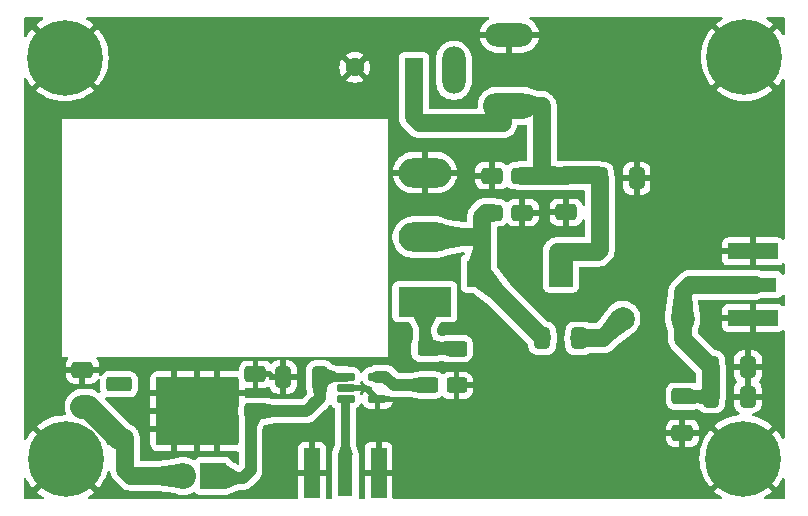
<source format=gbr>
%TF.GenerationSoftware,KiCad,Pcbnew,8.0.0-unknown-202403021604~8dce6c0b67~ubuntu22.04.1*%
%TF.CreationDate,2024-03-03T10:33:34+05:30*%
%TF.ProjectId,HF-PA-v10,48462d50-412d-4763-9130-2e6b69636164,rev?*%
%TF.SameCoordinates,Original*%
%TF.FileFunction,Copper,L1,Top*%
%TF.FilePolarity,Positive*%
%FSLAX46Y46*%
G04 Gerber Fmt 4.6, Leading zero omitted, Abs format (unit mm)*
G04 Created by KiCad (PCBNEW 8.0.0-unknown-202403021604~8dce6c0b67~ubuntu22.04.1) date 2024-03-03 10:33:34*
%MOMM*%
%LPD*%
G01*
G04 APERTURE LIST*
G04 Aperture macros list*
%AMRoundRect*
0 Rectangle with rounded corners*
0 $1 Rounding radius*
0 $2 $3 $4 $5 $6 $7 $8 $9 X,Y pos of 4 corners*
0 Add a 4 corners polygon primitive as box body*
4,1,4,$2,$3,$4,$5,$6,$7,$8,$9,$2,$3,0*
0 Add four circle primitives for the rounded corners*
1,1,$1+$1,$2,$3*
1,1,$1+$1,$4,$5*
1,1,$1+$1,$6,$7*
1,1,$1+$1,$8,$9*
0 Add four rect primitives between the rounded corners*
20,1,$1+$1,$2,$3,$4,$5,0*
20,1,$1+$1,$4,$5,$6,$7,0*
20,1,$1+$1,$6,$7,$8,$9,0*
20,1,$1+$1,$8,$9,$2,$3,0*%
G04 Aperture macros list end*
%TA.AperFunction,SMDPad,CuDef*%
%ADD10RoundRect,0.250000X0.412500X0.650000X-0.412500X0.650000X-0.412500X-0.650000X0.412500X-0.650000X0*%
%TD*%
%TA.AperFunction,ComponentPad*%
%ADD11C,2.000000*%
%TD*%
%TA.AperFunction,ComponentPad*%
%ADD12C,0.800000*%
%TD*%
%TA.AperFunction,ComponentPad*%
%ADD13C,6.400000*%
%TD*%
%TA.AperFunction,SMDPad,CuDef*%
%ADD14RoundRect,0.250000X-0.650000X0.412500X-0.650000X-0.412500X0.650000X-0.412500X0.650000X0.412500X0*%
%TD*%
%TA.AperFunction,SMDPad,CuDef*%
%ADD15R,3.600000X1.270000*%
%TD*%
%TA.AperFunction,SMDPad,CuDef*%
%ADD16R,4.200000X1.350000*%
%TD*%
%TA.AperFunction,ComponentPad*%
%ADD17O,4.400000X2.200000*%
%TD*%
%TA.AperFunction,ComponentPad*%
%ADD18O,4.000000X2.000000*%
%TD*%
%TA.AperFunction,ComponentPad*%
%ADD19O,2.000000X4.000000*%
%TD*%
%TA.AperFunction,ComponentPad*%
%ADD20R,1.600000X1.600000*%
%TD*%
%TA.AperFunction,ComponentPad*%
%ADD21C,1.600000*%
%TD*%
%TA.AperFunction,SMDPad,CuDef*%
%ADD22RoundRect,0.250000X0.650000X-0.412500X0.650000X0.412500X-0.650000X0.412500X-0.650000X-0.412500X0*%
%TD*%
%TA.AperFunction,SMDPad,CuDef*%
%ADD23RoundRect,0.250000X-0.850000X-0.350000X0.850000X-0.350000X0.850000X0.350000X-0.850000X0.350000X0*%
%TD*%
%TA.AperFunction,SMDPad,CuDef*%
%ADD24RoundRect,0.250000X-1.275000X-1.125000X1.275000X-1.125000X1.275000X1.125000X-1.275000X1.125000X0*%
%TD*%
%TA.AperFunction,SMDPad,CuDef*%
%ADD25RoundRect,0.249997X-3.260003X-2.650003X3.260003X-2.650003X3.260003X2.650003X-3.260003X2.650003X0*%
%TD*%
%TA.AperFunction,SMDPad,CuDef*%
%ADD26RoundRect,0.250000X-1.585000X-1.125000X1.585000X-1.125000X1.585000X1.125000X-1.585000X1.125000X0*%
%TD*%
%TA.AperFunction,SMDPad,CuDef*%
%ADD27RoundRect,0.250000X-0.412500X-0.650000X0.412500X-0.650000X0.412500X0.650000X-0.412500X0.650000X0*%
%TD*%
%TA.AperFunction,SMDPad,CuDef*%
%ADD28R,1.270000X3.600000*%
%TD*%
%TA.AperFunction,SMDPad,CuDef*%
%ADD29R,1.350000X4.200000*%
%TD*%
%TA.AperFunction,ComponentPad*%
%ADD30R,4.500000X2.500000*%
%TD*%
%TA.AperFunction,ComponentPad*%
%ADD31O,4.500000X2.500000*%
%TD*%
%TA.AperFunction,ComponentPad*%
%ADD32R,2.200000X2.200000*%
%TD*%
%TA.AperFunction,ComponentPad*%
%ADD33O,2.200000X2.200000*%
%TD*%
%TA.AperFunction,SMDPad,CuDef*%
%ADD34RoundRect,0.162500X-0.617500X-0.162500X0.617500X-0.162500X0.617500X0.162500X-0.617500X0.162500X0*%
%TD*%
%TA.AperFunction,SMDPad,CuDef*%
%ADD35RoundRect,0.250000X-0.625000X0.400000X-0.625000X-0.400000X0.625000X-0.400000X0.625000X0.400000X0*%
%TD*%
%TA.AperFunction,SMDPad,CuDef*%
%ADD36R,2.050000X2.200000*%
%TD*%
%TA.AperFunction,ViaPad*%
%ADD37C,0.800000*%
%TD*%
%TA.AperFunction,Conductor*%
%ADD38C,0.500000*%
%TD*%
%TA.AperFunction,Conductor*%
%ADD39C,1.500000*%
%TD*%
%TA.AperFunction,Conductor*%
%ADD40C,1.000000*%
%TD*%
%TA.AperFunction,Conductor*%
%ADD41C,2.000000*%
%TD*%
%TA.AperFunction,Conductor*%
%ADD42C,0.750000*%
%TD*%
G04 APERTURE END LIST*
D10*
%TO.P,C7,1*%
%TO.N,Net-(C7-Pad1)*%
X189752500Y-89990000D03*
%TO.P,C7,2*%
%TO.N,/DRAIN*%
X186627500Y-89990000D03*
%TD*%
D11*
%TO.P,L4,1*%
%TO.N,Net-(C7-Pad1)*%
X193440000Y-88320000D03*
%TO.P,L4,2*%
%TO.N,Net-(RF_OUT1-In)*%
X198520000Y-88320000D03*
%TD*%
D12*
%TO.P,H3,1,1*%
%TO.N,GND*%
X143872944Y-100222944D03*
X144575888Y-98525888D03*
X144575888Y-101920000D03*
X146272944Y-97822944D03*
D13*
X146272944Y-100222944D03*
D12*
X146272944Y-102622944D03*
X147970000Y-98525888D03*
X147970000Y-101920000D03*
X148672944Y-100222944D03*
%TD*%
D14*
%TO.P,C17,1*%
%TO.N,+VDC*%
X184930000Y-76230000D03*
%TO.P,C17,2*%
%TO.N,GND*%
X184930000Y-79355000D03*
%TD*%
D15*
%TO.P,RF_OUT1,1,In*%
%TO.N,Net-(RF_OUT1-In)*%
X204677500Y-85460000D03*
D16*
%TO.P,RF_OUT1,2,Ext*%
%TO.N,GND*%
X204477500Y-88285000D03*
X204477500Y-82635000D03*
%TD*%
D14*
%TO.P,C14,1*%
%TO.N,+VDC*%
X188650000Y-76207500D03*
%TO.P,C14,2*%
%TO.N,GND*%
X188650000Y-79332500D03*
%TD*%
D17*
%TO.P,Power1,1*%
%TO.N,+VDC*%
X183850000Y-70312500D03*
D18*
%TO.P,Power1,2*%
%TO.N,GND*%
X183850000Y-64312500D03*
D19*
%TO.P,Power1,3*%
%TO.N,unconnected-(Power1-Pad3)*%
X179150000Y-67312500D03*
%TD*%
D20*
%TO.P,C15,1*%
%TO.N,+VDC*%
X175762651Y-67050000D03*
D21*
%TO.P,C15,2*%
%TO.N,GND*%
X170762651Y-67050000D03*
%TD*%
D22*
%TO.P,C9,1*%
%TO.N,11.5V*%
X162350000Y-96172500D03*
%TO.P,C9,2*%
%TO.N,GND*%
X162350000Y-93047500D03*
%TD*%
D10*
%TO.P,C4,1*%
%TO.N,11.5V*%
X167812500Y-93270000D03*
%TO.P,C4,2*%
%TO.N,GND*%
X164687500Y-93270000D03*
%TD*%
D23*
%TO.P,U1,1,IN*%
%TO.N,+VDC*%
X150805000Y-93895000D03*
D24*
%TO.P,U1,2,GND*%
%TO.N,GND*%
X155430000Y-94650000D03*
X155430000Y-97700000D03*
D25*
X157415000Y-96175000D03*
D26*
X159090000Y-94650000D03*
X159090000Y-97700000D03*
D23*
%TO.P,U1,3,OUT*%
%TO.N,Net-(D1-A)*%
X150805000Y-98455000D03*
%TD*%
D12*
%TO.P,H4,1,1*%
%TO.N,GND*%
X201242944Y-100172944D03*
X201945888Y-98475888D03*
X201945888Y-101870000D03*
X203642944Y-97772944D03*
D13*
X203642944Y-100172944D03*
D12*
X203642944Y-102572944D03*
X205340000Y-98475888D03*
X205340000Y-101870000D03*
X206042944Y-100172944D03*
%TD*%
D27*
%TO.P,C1,1*%
%TO.N,Net-(RF_OUT1-In)*%
X200917500Y-92420000D03*
%TO.P,C1,2*%
%TO.N,GND*%
X204042500Y-92420000D03*
%TD*%
D28*
%TO.P,RF_IN1,1,In*%
%TO.N,Net-(RF_IN1-In)*%
X169945000Y-101580000D03*
D29*
%TO.P,RF_IN1,2,Ext*%
%TO.N,GND*%
X167120000Y-101380000D03*
X172770000Y-101380000D03*
%TD*%
D30*
%TO.P,Q1,1,G*%
%TO.N,Net-(Q1-G)*%
X176700000Y-86880000D03*
D31*
%TO.P,Q1,2,D*%
%TO.N,/DRAIN*%
X176700000Y-81430000D03*
%TO.P,Q1,3,S*%
%TO.N,GND*%
X176700000Y-75980000D03*
%TD*%
D22*
%TO.P,C3,1*%
%TO.N,/DRAIN*%
X182350000Y-79352500D03*
%TO.P,C3,2*%
%TO.N,GND*%
X182350000Y-76227500D03*
%TD*%
D32*
%TO.P,D1,1,K*%
%TO.N,11.5V*%
X158768234Y-101650000D03*
D33*
%TO.P,D1,2,A*%
%TO.N,Net-(D1-A)*%
X156228234Y-101650000D03*
%TD*%
D34*
%TO.P,U2,1,VDD*%
%TO.N,11.5V*%
X169980000Y-93242500D03*
%TO.P,U2,2,GND*%
%TO.N,GND*%
X169980000Y-94192500D03*
%TO.P,U2,3,IN+*%
%TO.N,Net-(RF_IN1-In)*%
X169980000Y-95142500D03*
%TO.P,U2,4,IN-*%
%TO.N,GND*%
X172680000Y-95142500D03*
%TO.P,U2,5,OUT*%
%TO.N,Net-(U2-OUT)*%
X172680000Y-93242500D03*
%TD*%
D27*
%TO.P,C6,1*%
%TO.N,+VDC*%
X191507500Y-76460000D03*
%TO.P,C6,2*%
%TO.N,GND*%
X194632500Y-76460000D03*
%TD*%
D12*
%TO.P,H1,1,1*%
%TO.N,GND*%
X143812944Y-66222944D03*
X144515888Y-64525888D03*
X144515888Y-67920000D03*
X146212944Y-63822944D03*
D13*
X146212944Y-66222944D03*
D12*
X146212944Y-68622944D03*
X147910000Y-64525888D03*
X147910000Y-67920000D03*
X148612944Y-66222944D03*
%TD*%
D27*
%TO.P,C2,1*%
%TO.N,Net-(RF_OUT1-In)*%
X200910000Y-94930000D03*
%TO.P,C2,2*%
%TO.N,GND*%
X204035000Y-94930000D03*
%TD*%
D22*
%TO.P,C8,1*%
%TO.N,Net-(D1-A)*%
X147690000Y-95792500D03*
%TO.P,C8,2*%
%TO.N,GND*%
X147690000Y-92667500D03*
%TD*%
D14*
%TO.P,C10,1*%
%TO.N,Net-(RF_OUT1-In)*%
X198490000Y-94907500D03*
%TO.P,C10,2*%
%TO.N,GND*%
X198490000Y-98032500D03*
%TD*%
D12*
%TO.P,H2,1,1*%
%TO.N,GND*%
X201352944Y-66177944D03*
X202055888Y-64480888D03*
X202055888Y-67875000D03*
X203752944Y-63777944D03*
D13*
X203752944Y-66177944D03*
D12*
X203752944Y-68577944D03*
X205450000Y-64480888D03*
X205450000Y-67875000D03*
X206152944Y-66177944D03*
%TD*%
D35*
%TO.P,R2,1*%
%TO.N,Net-(Q1-G)*%
X176930000Y-90850000D03*
%TO.P,R2,2*%
%TO.N,Net-(U2-OUT)*%
X176930000Y-93950000D03*
%TD*%
%TO.P,R3,1*%
%TO.N,Net-(Q1-G)*%
X179370000Y-90880000D03*
%TO.P,R3,2*%
%TO.N,GND*%
X179370000Y-93980000D03*
%TD*%
D36*
%TO.P,L3,1*%
%TO.N,+VDC*%
X188205000Y-84520000D03*
%TO.P,L3,2*%
%TO.N,/DRAIN*%
X181255000Y-84520000D03*
%TD*%
D37*
%TO.N,GND*%
X160070000Y-64960000D03*
X188412114Y-102371750D03*
X193492114Y-97291750D03*
X203652114Y-76971750D03*
X201112114Y-79511750D03*
X162610000Y-64960000D03*
X190952114Y-102371750D03*
X152450000Y-64960000D03*
X145232114Y-92211750D03*
X203652114Y-74431750D03*
X194495000Y-64795000D03*
X154750000Y-98520000D03*
X201112114Y-74431750D03*
X175712114Y-102371750D03*
X194495000Y-67335000D03*
X178252114Y-99831750D03*
X180792114Y-102371750D03*
X157530000Y-64960000D03*
X152450000Y-67500000D03*
X197035000Y-67335000D03*
X201112114Y-76971750D03*
X154990000Y-67500000D03*
X198572114Y-71891750D03*
X157290000Y-95980000D03*
X144160000Y-81940000D03*
X180792114Y-97291750D03*
X144160000Y-71780000D03*
X165150000Y-67500000D03*
X144160000Y-89560000D03*
X199575000Y-64795000D03*
X165150000Y-64960000D03*
X201112114Y-71891750D03*
X190952114Y-97291750D03*
X183332114Y-102371750D03*
X193492114Y-102371750D03*
X196032114Y-102371750D03*
X189415000Y-67335000D03*
X198572114Y-99831750D03*
X162610000Y-67500000D03*
X185872114Y-97291750D03*
X154990000Y-64960000D03*
X157290000Y-98520000D03*
X199575000Y-69875000D03*
X190952114Y-94751750D03*
X194495000Y-69875000D03*
X160070000Y-67500000D03*
X144160000Y-79400000D03*
X197035000Y-69875000D03*
X144160000Y-74320000D03*
X203652114Y-79511750D03*
X191955000Y-67335000D03*
X180792114Y-99831750D03*
X183332114Y-66811750D03*
X157530000Y-67500000D03*
X154750000Y-95980000D03*
X193492114Y-94751750D03*
X145232114Y-94751750D03*
X144160000Y-76860000D03*
X159830000Y-98520000D03*
X203652114Y-71891750D03*
X197035000Y-64795000D03*
X178252114Y-102371750D03*
X144160000Y-87020000D03*
X175712114Y-99831750D03*
X159830000Y-95980000D03*
X191955000Y-64795000D03*
X199575000Y-67335000D03*
X144160000Y-84480000D03*
X188412114Y-97291750D03*
X183332114Y-97291750D03*
X198572114Y-102371750D03*
X185872114Y-102371750D03*
%TO.N,+VDC*%
X188310000Y-85200000D03*
X188280000Y-84390000D03*
X151240000Y-93920000D03*
X150170000Y-93930000D03*
%TD*%
D38*
%TO.N,GND*%
X171730000Y-94192500D02*
X172680000Y-95142500D01*
X169980000Y-94192500D02*
X171730000Y-94192500D01*
D39*
%TO.N,+VDC*%
X191255000Y-76207500D02*
X191507500Y-76460000D01*
X186600000Y-70352500D02*
X186600000Y-76230000D01*
X175762651Y-67050000D02*
X175762651Y-71262651D01*
X188650000Y-76207500D02*
X191255000Y-76207500D01*
X191507500Y-82520000D02*
X191337500Y-82690000D01*
X186600000Y-76230000D02*
X187470000Y-76230000D01*
X183270000Y-70892500D02*
X183850000Y-70312500D01*
X191507500Y-76460000D02*
X191507500Y-82520000D01*
X183270000Y-71790000D02*
X176290000Y-71790000D01*
X187470000Y-76230000D02*
X187500000Y-76200000D01*
X187470000Y-76230000D02*
X188627500Y-76230000D01*
X187930000Y-82690000D02*
X187930000Y-84520000D01*
X186560000Y-70312500D02*
X186600000Y-70352500D01*
X175762651Y-71262651D02*
X176290000Y-71790000D01*
X183850000Y-70312500D02*
X186560000Y-70312500D01*
X183270000Y-71790000D02*
X183270000Y-70892500D01*
X184930000Y-76230000D02*
X186600000Y-76230000D01*
X191337500Y-82690000D02*
X187930000Y-82690000D01*
D40*
%TO.N,Net-(Q1-G)*%
X176700000Y-90500000D02*
X177000000Y-90800000D01*
X176930000Y-90850000D02*
X179340000Y-90850000D01*
X176700000Y-86880000D02*
X176700000Y-90500000D01*
D39*
%TO.N,Net-(C7-Pad1)*%
X191770000Y-89990000D02*
X193440000Y-88320000D01*
X189752500Y-89990000D02*
X191770000Y-89990000D01*
%TO.N,/DRAIN*%
X176700000Y-81430000D02*
X181440000Y-81430000D01*
X182350000Y-79352500D02*
X181877500Y-79352500D01*
X181530000Y-81520000D02*
X181530000Y-84520000D01*
X181440000Y-81430000D02*
X181530000Y-81520000D01*
X186627500Y-89892500D02*
X181255000Y-84520000D01*
X181877500Y-79352500D02*
X181530000Y-79700000D01*
X181530000Y-79700000D02*
X181530000Y-84520000D01*
X186627500Y-89990000D02*
X186627500Y-89892500D01*
%TO.N,Net-(RF_OUT1-In)*%
X204677500Y-85460000D02*
X199170000Y-85460000D01*
D40*
X200910000Y-94930000D02*
X198512500Y-94930000D01*
D39*
X198520000Y-86110000D02*
X198520000Y-88320000D01*
X198520000Y-90022500D02*
X200917500Y-92420000D01*
X200917500Y-94922500D02*
X200910000Y-94930000D01*
X199170000Y-85460000D02*
X198520000Y-86110000D01*
X198520000Y-88320000D02*
X198520000Y-90022500D01*
X200917500Y-92420000D02*
X200917500Y-94922500D01*
D41*
%TO.N,Net-(D1-A)*%
X147690000Y-95792500D02*
X148142500Y-95792500D01*
D39*
X151830000Y-101650000D02*
X151295000Y-101115000D01*
X156228234Y-101650000D02*
X151830000Y-101650000D01*
D40*
X156178234Y-101830000D02*
X154375000Y-101830000D01*
D39*
X151295000Y-98455000D02*
X151295000Y-101115000D01*
D41*
X148142500Y-95792500D02*
X150805000Y-98455000D01*
D40*
%TO.N,11.5V*%
X167812500Y-95007500D02*
X166867500Y-95952500D01*
X161290000Y-101830000D02*
X158718234Y-101830000D01*
D42*
X169980000Y-93242500D02*
X167717500Y-93242500D01*
D40*
X161990000Y-96490000D02*
X161940000Y-96540000D01*
X162350000Y-96172500D02*
X166647500Y-96172500D01*
X161940000Y-101180000D02*
X161290000Y-101830000D01*
X161940000Y-96540000D02*
X161940000Y-101180000D01*
X167812500Y-93270000D02*
X167812500Y-95007500D01*
X166867500Y-95952500D02*
X167425000Y-95395000D01*
X166647500Y-96172500D02*
X166867500Y-95952500D01*
%TO.N,Net-(U2-OUT)*%
X173342500Y-93242500D02*
X174050000Y-93950000D01*
X172680000Y-93242500D02*
X173342500Y-93242500D01*
X174050000Y-93950000D02*
X176930000Y-93950000D01*
D42*
%TO.N,Net-(RF_IN1-In)*%
X169945000Y-101580000D02*
X169945000Y-95177500D01*
X169945000Y-95177500D02*
X169980000Y-95142500D01*
%TD*%
%TA.AperFunction,Conductor*%
%TO.N,Net-(RF_IN1-In)*%
G36*
X170320420Y-99148427D02*
G01*
X170322975Y-99152267D01*
X170578312Y-99775878D01*
X170578518Y-99784201D01*
X169956034Y-101549705D01*
X169950051Y-101556368D01*
X169941110Y-101556849D01*
X169934447Y-101550866D01*
X169933966Y-101549705D01*
X169311481Y-99784201D01*
X169311686Y-99775879D01*
X169567025Y-99152267D01*
X169573332Y-99145909D01*
X169577853Y-99145000D01*
X170312147Y-99145000D01*
X170320420Y-99148427D01*
G37*
%TD.AperFunction*%
%TD*%
%TA.AperFunction,Conductor*%
%TO.N,11.5V*%
G36*
X159875299Y-100744826D02*
G01*
X160862474Y-101326605D01*
X160867862Y-101333758D01*
X160868234Y-101336685D01*
X160868234Y-102322209D01*
X160864807Y-102330482D01*
X160861046Y-102333004D01*
X159875461Y-102744968D01*
X159866506Y-102744997D01*
X159862687Y-102742457D01*
X158776358Y-101659099D01*
X158772920Y-101650831D01*
X158776336Y-101642553D01*
X158777163Y-101641799D01*
X159861910Y-100745885D01*
X159870470Y-100743260D01*
X159875299Y-100744826D01*
G37*
%TD.AperFunction*%
%TD*%
%TA.AperFunction,Conductor*%
%TO.N,Net-(RF_OUT1-In)*%
G36*
X199267944Y-86323427D02*
G01*
X199271281Y-86330249D01*
X199518357Y-88306862D01*
X199515982Y-88315496D01*
X199508198Y-88319923D01*
X199506759Y-88320013D01*
X198520012Y-88320999D01*
X198519988Y-88320999D01*
X197533240Y-88320013D01*
X197524971Y-88316578D01*
X197521552Y-88308301D01*
X197521642Y-88306862D01*
X197768719Y-86330249D01*
X197773146Y-86322465D01*
X197780329Y-86320000D01*
X199259671Y-86320000D01*
X199267944Y-86323427D01*
G37*
%TD.AperFunction*%
%TD*%
%TA.AperFunction,Conductor*%
%TO.N,Net-(Q1-G)*%
G36*
X178747785Y-90233085D02*
G01*
X178749105Y-90234263D01*
X179362483Y-90871156D01*
X179365754Y-90879492D01*
X179362172Y-90887699D01*
X179361757Y-90888080D01*
X178653671Y-91507173D01*
X178645187Y-91510039D01*
X178643674Y-91509838D01*
X177854404Y-91351882D01*
X177846964Y-91346898D01*
X177845000Y-91340409D01*
X177845000Y-90360243D01*
X177848427Y-90351970D01*
X177855153Y-90348646D01*
X178739133Y-90230782D01*
X178747785Y-90233085D01*
G37*
%TD.AperFunction*%
%TD*%
%TA.AperFunction,Conductor*%
%TO.N,GND*%
G36*
X144363948Y-101778386D02*
G01*
X144325888Y-101870272D01*
X144325888Y-101969728D01*
X144363948Y-102061614D01*
X144434274Y-102131940D01*
X144526160Y-102170000D01*
X144625616Y-102170000D01*
X144717498Y-102131941D01*
X143837592Y-103011847D01*
X143837593Y-103011848D01*
X144095150Y-103220412D01*
X144366307Y-103396505D01*
X144411810Y-103449526D01*
X144421424Y-103518731D01*
X144392097Y-103582148D01*
X144333140Y-103619642D01*
X144298772Y-103624500D01*
X142848654Y-103624500D01*
X142781615Y-103604815D01*
X142735860Y-103552011D01*
X142724654Y-103500472D01*
X142725039Y-101926201D01*
X142744739Y-101859171D01*
X142797554Y-101813429D01*
X142866715Y-101803502D01*
X142930264Y-101832543D01*
X142959523Y-101869941D01*
X143064254Y-102075487D01*
X143275475Y-102400737D01*
X143484039Y-102658294D01*
X143484040Y-102658294D01*
X144363948Y-101778386D01*
G37*
%TD.AperFunction*%
%TA.AperFunction,Conductor*%
G36*
X168774262Y-95623882D02*
G01*
X168797536Y-95651998D01*
X168836764Y-95716888D01*
X168950612Y-95830736D01*
X169009650Y-95866426D01*
X169056837Y-95917951D01*
X169069500Y-95972542D01*
X169069500Y-99008905D01*
X169060253Y-99055891D01*
X168843887Y-99584317D01*
X168838349Y-99599518D01*
X168831649Y-99617908D01*
X168830316Y-99621566D01*
X168828470Y-99632484D01*
X168822390Y-99655136D01*
X168815910Y-99672511D01*
X168815908Y-99672520D01*
X168809501Y-99732116D01*
X168809500Y-99732135D01*
X168809500Y-99734323D01*
X168807766Y-99754985D01*
X168806339Y-99763423D01*
X168806338Y-99763435D01*
X168806133Y-99771750D01*
X168806700Y-99811165D01*
X168806700Y-99811166D01*
X168807121Y-99813280D01*
X168809500Y-99837455D01*
X168809500Y-103427870D01*
X168809501Y-103427872D01*
X168815883Y-103487245D01*
X168815884Y-103487246D01*
X168803478Y-103556005D01*
X168755867Y-103607142D01*
X168692594Y-103624500D01*
X168419000Y-103624500D01*
X168351961Y-103604815D01*
X168306206Y-103552011D01*
X168295000Y-103500500D01*
X168295000Y-101630000D01*
X165945000Y-101630000D01*
X165945000Y-103500500D01*
X165925315Y-103567539D01*
X165872511Y-103613294D01*
X165821000Y-103624500D01*
X148247116Y-103624500D01*
X148180077Y-103604815D01*
X148134322Y-103552011D01*
X148124378Y-103482853D01*
X148153403Y-103419297D01*
X148179581Y-103396505D01*
X148450727Y-103220420D01*
X148450729Y-103220419D01*
X148708293Y-103011846D01*
X147828387Y-102131940D01*
X147920272Y-102170000D01*
X148019728Y-102170000D01*
X148111614Y-102131940D01*
X148181940Y-102061614D01*
X148220000Y-101969728D01*
X148220000Y-101870272D01*
X148181940Y-101778387D01*
X149061846Y-102658293D01*
X149270419Y-102400729D01*
X149270420Y-102400727D01*
X149481633Y-102075487D01*
X149657699Y-101729938D01*
X149796681Y-101367879D01*
X149796682Y-101367877D01*
X149816821Y-101292716D01*
X149853185Y-101233055D01*
X149916032Y-101202525D01*
X149985407Y-101210819D01*
X150039286Y-101255304D01*
X150059069Y-101305409D01*
X150075291Y-101407827D01*
X150136117Y-101595030D01*
X150204066Y-101728386D01*
X150225476Y-101770405D01*
X150341172Y-101929646D01*
X150876172Y-102464646D01*
X151015354Y-102603828D01*
X151174595Y-102719524D01*
X151349975Y-102808884D01*
X151470007Y-102847885D01*
X151537173Y-102869709D01*
X151592718Y-102878506D01*
X151731578Y-102900500D01*
X151731583Y-102900500D01*
X154047855Y-102900500D01*
X154066374Y-102901890D01*
X155556253Y-103126987D01*
X155566036Y-103128871D01*
X155672134Y-103153781D01*
X155691226Y-103159933D01*
X155716541Y-103170419D01*
X155732123Y-103176873D01*
X155977086Y-103235683D01*
X156228234Y-103255449D01*
X156479382Y-103235683D01*
X156724345Y-103176873D01*
X156957093Y-103080466D01*
X157089253Y-102999477D01*
X157156695Y-102981234D01*
X157223298Y-103002350D01*
X157253306Y-103030894D01*
X157310689Y-103107547D01*
X157425898Y-103193793D01*
X157425905Y-103193797D01*
X157560751Y-103244091D01*
X157560750Y-103244091D01*
X157567678Y-103244835D01*
X157620361Y-103250500D01*
X159916106Y-103250499D01*
X159975717Y-103244091D01*
X160041717Y-103219473D01*
X160053970Y-103215615D01*
X160070410Y-103211364D01*
X160958643Y-102840091D01*
X161006464Y-102830500D01*
X161388543Y-102830500D01*
X161460991Y-102816088D01*
X161497216Y-102808883D01*
X161581836Y-102792051D01*
X161635165Y-102769961D01*
X161763914Y-102716632D01*
X161927782Y-102607139D01*
X162067139Y-102467782D01*
X162067140Y-102467779D01*
X162074206Y-102460714D01*
X162074209Y-102460710D01*
X162577778Y-101957141D01*
X162577782Y-101957139D01*
X162717139Y-101817782D01*
X162826632Y-101653914D01*
X162902051Y-101471835D01*
X162935156Y-101305409D01*
X162940500Y-101278543D01*
X162940500Y-101130000D01*
X165945000Y-101130000D01*
X166870000Y-101130000D01*
X166870000Y-98780000D01*
X167370000Y-98780000D01*
X167370000Y-101130000D01*
X168295000Y-101130000D01*
X168295000Y-99232172D01*
X168294999Y-99232155D01*
X168288598Y-99172627D01*
X168288596Y-99172620D01*
X168238354Y-99037913D01*
X168238350Y-99037906D01*
X168152190Y-98922812D01*
X168152187Y-98922809D01*
X168037093Y-98836649D01*
X168037086Y-98836645D01*
X167902379Y-98786403D01*
X167902372Y-98786401D01*
X167842844Y-98780000D01*
X167370000Y-98780000D01*
X166870000Y-98780000D01*
X166397155Y-98780000D01*
X166337627Y-98786401D01*
X166337620Y-98786403D01*
X166202913Y-98836645D01*
X166202906Y-98836649D01*
X166087812Y-98922809D01*
X166087809Y-98922812D01*
X166001649Y-99037906D01*
X166001645Y-99037913D01*
X165951403Y-99172620D01*
X165951401Y-99172627D01*
X165945000Y-99232155D01*
X165945000Y-101130000D01*
X162940500Y-101130000D01*
X162940500Y-97680474D01*
X162958227Y-97616584D01*
X163004361Y-97539846D01*
X163104705Y-97372938D01*
X163156115Y-97325626D01*
X163189229Y-97314753D01*
X163974446Y-97174921D01*
X163996186Y-97173000D01*
X166746042Y-97173000D01*
X166765370Y-97169155D01*
X166842688Y-97153775D01*
X166939336Y-97134551D01*
X166992665Y-97112461D01*
X167121414Y-97059132D01*
X167285282Y-96949639D01*
X167424639Y-96810282D01*
X167424641Y-96810278D01*
X167644639Y-96590281D01*
X168202139Y-96032781D01*
X168450278Y-95784641D01*
X168450282Y-95784639D01*
X168589639Y-95645282D01*
X168589641Y-95645277D01*
X168593503Y-95640574D01*
X168594926Y-95641742D01*
X168641904Y-95602464D01*
X168711227Y-95593741D01*
X168774262Y-95623882D01*
G37*
%TD.AperFunction*%
%TA.AperFunction,Conductor*%
G36*
X201847514Y-62794909D02*
G01*
X201893291Y-62847694D01*
X201903263Y-62916849D01*
X201874265Y-62980416D01*
X201848054Y-63003248D01*
X201575146Y-63180478D01*
X201317592Y-63389039D01*
X201317592Y-63389040D01*
X202197499Y-64268946D01*
X202105616Y-64230888D01*
X202006160Y-64230888D01*
X201914274Y-64268948D01*
X201843948Y-64339274D01*
X201805888Y-64431160D01*
X201805888Y-64530616D01*
X201843946Y-64622498D01*
X200964040Y-63742592D01*
X200964039Y-63742592D01*
X200755475Y-64000150D01*
X200544254Y-64325400D01*
X200368188Y-64670949D01*
X200229206Y-65033007D01*
X200128831Y-65407613D01*
X200128830Y-65407620D01*
X200068163Y-65790656D01*
X200047866Y-66177943D01*
X200047866Y-66177944D01*
X200068163Y-66565231D01*
X200128830Y-66948267D01*
X200128831Y-66948274D01*
X200229206Y-67322880D01*
X200368188Y-67684938D01*
X200544254Y-68030487D01*
X200755475Y-68355737D01*
X200964039Y-68613294D01*
X200964040Y-68613294D01*
X201843948Y-67733386D01*
X201805888Y-67825272D01*
X201805888Y-67924728D01*
X201843948Y-68016614D01*
X201914274Y-68086940D01*
X202006160Y-68125000D01*
X202105616Y-68125000D01*
X202197498Y-68086941D01*
X201317592Y-68966847D01*
X201317593Y-68966848D01*
X201575150Y-69175412D01*
X201900400Y-69386633D01*
X202245949Y-69562699D01*
X202608007Y-69701681D01*
X202982613Y-69802056D01*
X202982620Y-69802057D01*
X203365656Y-69862724D01*
X203752943Y-69883022D01*
X203752945Y-69883022D01*
X204140231Y-69862724D01*
X204523267Y-69802057D01*
X204523274Y-69802056D01*
X204897880Y-69701681D01*
X205259938Y-69562699D01*
X205605487Y-69386633D01*
X205930727Y-69175420D01*
X205930729Y-69175419D01*
X206188293Y-68966846D01*
X205308387Y-68086940D01*
X205400272Y-68125000D01*
X205499728Y-68125000D01*
X205591614Y-68086940D01*
X205661940Y-68016614D01*
X205700000Y-67924728D01*
X205700000Y-67825272D01*
X205661940Y-67733387D01*
X206541846Y-68613293D01*
X206750419Y-68355729D01*
X206750419Y-68355727D01*
X206930691Y-68078133D01*
X206983712Y-68032630D01*
X207052917Y-68023015D01*
X207116334Y-68052342D01*
X207153828Y-68111300D01*
X207158686Y-68145698D01*
X207155417Y-81525139D01*
X207135716Y-81592174D01*
X207082901Y-81637916D01*
X207013740Y-81647843D01*
X206950191Y-81618802D01*
X206941055Y-81608986D01*
X206940960Y-81609082D01*
X206934687Y-81602809D01*
X206819593Y-81516649D01*
X206819586Y-81516645D01*
X206684879Y-81466403D01*
X206684872Y-81466401D01*
X206625344Y-81460000D01*
X204727500Y-81460000D01*
X204727500Y-83810000D01*
X206625328Y-83810000D01*
X206625344Y-83809999D01*
X206684872Y-83803598D01*
X206684879Y-83803596D01*
X206819586Y-83753354D01*
X206819593Y-83753350D01*
X206934687Y-83667190D01*
X206940960Y-83660918D01*
X206942898Y-83662856D01*
X206987521Y-83629441D01*
X207057211Y-83624444D01*
X207118540Y-83657919D01*
X207152036Y-83719236D01*
X207154874Y-83745645D01*
X207154684Y-84524290D01*
X207134983Y-84591325D01*
X207082168Y-84637067D01*
X207013007Y-84646994D01*
X206949458Y-84617953D01*
X206926699Y-84589703D01*
X206926612Y-84589769D01*
X206924770Y-84587309D01*
X206921850Y-84583684D01*
X206921297Y-84582673D01*
X206921296Y-84582669D01*
X206877593Y-84524290D01*
X206835047Y-84467455D01*
X206835044Y-84467452D01*
X206719835Y-84381206D01*
X206719828Y-84381202D01*
X206584982Y-84330908D01*
X206584983Y-84330908D01*
X206525383Y-84324501D01*
X206525381Y-84324500D01*
X206525373Y-84324500D01*
X206525365Y-84324500D01*
X205233189Y-84324500D01*
X205176894Y-84310985D01*
X205157528Y-84301117D01*
X204970326Y-84240290D01*
X204775922Y-84209500D01*
X204775917Y-84209500D01*
X199071583Y-84209500D01*
X199071578Y-84209500D01*
X198877173Y-84240290D01*
X198689969Y-84301117D01*
X198514594Y-84390476D01*
X198423741Y-84456485D01*
X198355354Y-84506172D01*
X198355352Y-84506174D01*
X198355351Y-84506174D01*
X197566174Y-85295351D01*
X197566174Y-85295352D01*
X197566172Y-85295354D01*
X197516485Y-85363741D01*
X197450476Y-85454594D01*
X197361115Y-85629973D01*
X197361114Y-85629976D01*
X197327896Y-85732215D01*
X197300290Y-85817176D01*
X197300290Y-85817177D01*
X197269500Y-86011577D01*
X197269500Y-86243387D01*
X197267559Y-86263139D01*
X197267672Y-86263154D01*
X197267142Y-86267386D01*
X197267131Y-86267508D01*
X197267122Y-86267552D01*
X197048979Y-88012686D01*
X197046143Y-88027743D01*
X197034893Y-88072172D01*
X197034890Y-88072185D01*
X197022025Y-88227449D01*
X197021492Y-88232583D01*
X197020048Y-88244138D01*
X197017127Y-88275320D01*
X197017038Y-88276746D01*
X197017085Y-88278901D01*
X197016691Y-88291825D01*
X197014358Y-88319994D01*
X197014357Y-88320001D01*
X197014357Y-88320005D01*
X197034890Y-88567812D01*
X197034892Y-88567824D01*
X197095937Y-88808883D01*
X197106874Y-88833817D01*
X197112377Y-88850781D01*
X197112731Y-88850678D01*
X197264494Y-89368479D01*
X197269500Y-89403355D01*
X197269500Y-90120922D01*
X197300290Y-90315326D01*
X197361117Y-90502530D01*
X197441322Y-90659939D01*
X197450476Y-90677905D01*
X197566172Y-90837146D01*
X197566174Y-90837148D01*
X199630681Y-92901655D01*
X199664166Y-92962978D01*
X199667000Y-92989336D01*
X199667000Y-93684111D01*
X199647315Y-93751150D01*
X199594511Y-93796905D01*
X199525353Y-93806849D01*
X199518310Y-93805628D01*
X199341944Y-93769793D01*
X199341936Y-93769792D01*
X199341929Y-93769790D01*
X199340013Y-93769401D01*
X199340030Y-93769316D01*
X199323761Y-93765260D01*
X199315377Y-93762482D01*
X199292796Y-93755000D01*
X199190010Y-93744500D01*
X197789998Y-93744500D01*
X197789981Y-93744501D01*
X197687203Y-93755000D01*
X197687200Y-93755001D01*
X197520668Y-93810185D01*
X197520663Y-93810187D01*
X197371342Y-93902289D01*
X197247289Y-94026342D01*
X197155187Y-94175663D01*
X197155185Y-94175668D01*
X197146802Y-94200966D01*
X197100001Y-94342203D01*
X197100001Y-94342204D01*
X197100000Y-94342204D01*
X197089500Y-94444983D01*
X197089500Y-95370001D01*
X197089501Y-95370019D01*
X197100000Y-95472796D01*
X197100001Y-95472799D01*
X197155185Y-95639331D01*
X197155187Y-95639336D01*
X197158855Y-95645282D01*
X197247288Y-95788656D01*
X197371344Y-95912712D01*
X197520666Y-96004814D01*
X197687203Y-96059999D01*
X197789991Y-96070500D01*
X199190008Y-96070499D01*
X199199919Y-96069486D01*
X199211332Y-96068851D01*
X199222578Y-96068745D01*
X199250194Y-96064506D01*
X199256328Y-96063723D01*
X199292797Y-96059999D01*
X199293975Y-96059608D01*
X199294282Y-96059507D01*
X199314492Y-96054642D01*
X199718462Y-95992663D01*
X199766698Y-95994774D01*
X199844431Y-96013770D01*
X199902676Y-96046544D01*
X199904788Y-96048656D01*
X200028844Y-96172712D01*
X200178166Y-96264814D01*
X200344703Y-96319999D01*
X200447491Y-96330500D01*
X201372508Y-96330499D01*
X201372516Y-96330498D01*
X201372519Y-96330498D01*
X201428802Y-96324748D01*
X201475297Y-96319999D01*
X201641834Y-96264814D01*
X201791156Y-96172712D01*
X201915212Y-96048656D01*
X202007314Y-95899334D01*
X202062499Y-95732797D01*
X202073000Y-95630009D01*
X202072999Y-95432583D01*
X202079068Y-95394264D01*
X202079642Y-95392500D01*
X202137209Y-95215326D01*
X202154953Y-95103293D01*
X202161120Y-95064356D01*
X202168000Y-95020921D01*
X202168000Y-94680000D01*
X202872500Y-94680000D01*
X203785000Y-94680000D01*
X204285000Y-94680000D01*
X205197499Y-94680000D01*
X205197499Y-94230028D01*
X205197498Y-94230013D01*
X205187005Y-94127302D01*
X205131858Y-93960880D01*
X205131856Y-93960875D01*
X205039815Y-93811654D01*
X204994592Y-93766431D01*
X204961107Y-93705108D01*
X204966091Y-93635416D01*
X204994592Y-93591069D01*
X205047315Y-93538345D01*
X205139356Y-93389124D01*
X205139358Y-93389119D01*
X205194505Y-93222697D01*
X205194506Y-93222690D01*
X205204999Y-93119986D01*
X205205000Y-93119973D01*
X205205000Y-92670000D01*
X204292500Y-92670000D01*
X204292500Y-93804138D01*
X204285000Y-93829679D01*
X204285000Y-94680000D01*
X203785000Y-94680000D01*
X203785000Y-93545862D01*
X203792500Y-93520320D01*
X203792500Y-92670000D01*
X202880001Y-92670000D01*
X202880001Y-93119986D01*
X202890494Y-93222697D01*
X202945641Y-93389119D01*
X202945643Y-93389124D01*
X203037684Y-93538345D01*
X203082908Y-93583570D01*
X203116392Y-93644893D01*
X203111407Y-93714585D01*
X203082908Y-93758930D01*
X203030184Y-93811654D01*
X202938143Y-93960875D01*
X202938141Y-93960880D01*
X202882994Y-94127302D01*
X202882993Y-94127309D01*
X202872500Y-94230013D01*
X202872500Y-94680000D01*
X202168000Y-94680000D01*
X202168000Y-92321577D01*
X202143992Y-92170000D01*
X202880000Y-92170000D01*
X203792500Y-92170000D01*
X203792500Y-91020000D01*
X204292500Y-91020000D01*
X204292500Y-92170000D01*
X205204999Y-92170000D01*
X205204999Y-91720028D01*
X205204998Y-91720013D01*
X205194505Y-91617302D01*
X205139358Y-91450880D01*
X205139356Y-91450875D01*
X205047315Y-91301654D01*
X204923345Y-91177684D01*
X204774124Y-91085643D01*
X204774119Y-91085641D01*
X204607697Y-91030494D01*
X204607690Y-91030493D01*
X204504986Y-91020000D01*
X204292500Y-91020000D01*
X203792500Y-91020000D01*
X203580029Y-91020000D01*
X203580012Y-91020001D01*
X203477302Y-91030494D01*
X203310880Y-91085641D01*
X203310875Y-91085643D01*
X203161654Y-91177684D01*
X203037684Y-91301654D01*
X202945643Y-91450875D01*
X202945641Y-91450880D01*
X202890494Y-91617302D01*
X202890493Y-91617309D01*
X202880000Y-91720013D01*
X202880000Y-92170000D01*
X202143992Y-92170000D01*
X202137209Y-92127173D01*
X202118357Y-92069155D01*
X202099506Y-92011136D01*
X202095110Y-91997608D01*
X202086568Y-91971317D01*
X202080499Y-91932999D01*
X202080499Y-91719998D01*
X202080498Y-91719981D01*
X202069999Y-91617203D01*
X202069998Y-91617200D01*
X202038093Y-91520917D01*
X202014814Y-91450666D01*
X201922712Y-91301344D01*
X201798656Y-91177288D01*
X201649334Y-91085186D01*
X201482797Y-91030001D01*
X201482795Y-91030000D01*
X201380016Y-91019500D01*
X201380009Y-91019500D01*
X201336836Y-91019500D01*
X201269797Y-90999815D01*
X201249155Y-90983181D01*
X199851820Y-89585846D01*
X199818335Y-89524523D01*
X199817626Y-89475310D01*
X199939219Y-88827006D01*
X199943817Y-88809596D01*
X199944055Y-88808897D01*
X199944063Y-88808881D01*
X200005108Y-88567821D01*
X200007827Y-88535000D01*
X201877500Y-88535000D01*
X201877500Y-89007844D01*
X201883901Y-89067372D01*
X201883903Y-89067379D01*
X201934145Y-89202086D01*
X201934149Y-89202093D01*
X202020309Y-89317187D01*
X202020312Y-89317190D01*
X202135406Y-89403350D01*
X202135413Y-89403354D01*
X202270120Y-89453596D01*
X202270127Y-89453598D01*
X202329655Y-89459999D01*
X202329672Y-89460000D01*
X204227500Y-89460000D01*
X204227500Y-88535000D01*
X201877500Y-88535000D01*
X200007827Y-88535000D01*
X200020155Y-88386212D01*
X200020571Y-88382059D01*
X200020695Y-88380990D01*
X200020705Y-88380922D01*
X200020906Y-88378773D01*
X200020905Y-88378745D01*
X200020945Y-88377857D01*
X200021251Y-88372999D01*
X200025643Y-88320000D01*
X200020362Y-88256284D01*
X200020008Y-88245217D01*
X200019952Y-88244176D01*
X200019953Y-88244163D01*
X200018505Y-88232583D01*
X200017976Y-88227488D01*
X200013866Y-88177883D01*
X200005108Y-88072179D01*
X199995693Y-88035000D01*
X201877500Y-88035000D01*
X204227500Y-88035000D01*
X204227500Y-87110000D01*
X202329655Y-87110000D01*
X202270127Y-87116401D01*
X202270120Y-87116403D01*
X202135413Y-87166645D01*
X202135406Y-87166649D01*
X202020312Y-87252809D01*
X202020309Y-87252812D01*
X201934149Y-87367906D01*
X201934145Y-87367913D01*
X201883903Y-87502620D01*
X201883901Y-87502627D01*
X201877500Y-87562155D01*
X201877500Y-88035000D01*
X199995693Y-88035000D01*
X199993852Y-88027730D01*
X199991018Y-88012686D01*
X199845668Y-86849878D01*
X199856885Y-86780917D01*
X199903606Y-86728966D01*
X199968710Y-86710500D01*
X204775922Y-86710500D01*
X204970326Y-86679709D01*
X205157525Y-86618884D01*
X205176897Y-86609013D01*
X205233189Y-86595499D01*
X206525371Y-86595499D01*
X206525372Y-86595499D01*
X206584983Y-86589091D01*
X206719831Y-86538796D01*
X206835046Y-86452546D01*
X206921296Y-86337331D01*
X206921300Y-86337319D01*
X206921387Y-86337163D01*
X206921528Y-86337020D01*
X206926612Y-86330231D01*
X206927587Y-86330961D01*
X206970786Y-86287752D01*
X207039057Y-86272892D01*
X207104525Y-86297301D01*
X207146403Y-86353230D01*
X207154226Y-86396607D01*
X207154037Y-87173295D01*
X207134336Y-87240330D01*
X207081521Y-87286072D01*
X207012360Y-87295999D01*
X206948811Y-87266958D01*
X206941228Y-87258813D01*
X206940960Y-87259082D01*
X206934687Y-87252809D01*
X206819593Y-87166649D01*
X206819586Y-87166645D01*
X206684879Y-87116403D01*
X206684872Y-87116401D01*
X206625344Y-87110000D01*
X204727500Y-87110000D01*
X204727500Y-89460000D01*
X206625328Y-89460000D01*
X206625344Y-89459999D01*
X206684872Y-89453598D01*
X206684879Y-89453596D01*
X206819586Y-89403354D01*
X206819593Y-89403350D01*
X206934687Y-89317190D01*
X206940960Y-89310918D01*
X206943364Y-89313322D01*
X206986117Y-89281294D01*
X207055807Y-89276284D01*
X207117142Y-89309747D01*
X207150650Y-89371058D01*
X207153493Y-89397490D01*
X207151295Y-98392052D01*
X207131594Y-98459087D01*
X207078779Y-98504829D01*
X207009618Y-98514756D01*
X206946069Y-98485715D01*
X206916810Y-98448317D01*
X206851633Y-98320400D01*
X206640412Y-97995150D01*
X206431848Y-97737593D01*
X206431847Y-97737592D01*
X205551941Y-98617497D01*
X205590000Y-98525616D01*
X205590000Y-98426160D01*
X205551940Y-98334274D01*
X205481614Y-98263948D01*
X205389728Y-98225888D01*
X205290272Y-98225888D01*
X205198387Y-98263947D01*
X206078294Y-97384040D01*
X206078294Y-97384039D01*
X205820737Y-97175475D01*
X205495487Y-96964254D01*
X205149938Y-96788188D01*
X204787883Y-96649207D01*
X204496793Y-96571210D01*
X204437133Y-96534845D01*
X204406604Y-96471998D01*
X204414899Y-96402622D01*
X204459384Y-96348744D01*
X204516287Y-96328077D01*
X204600196Y-96319506D01*
X204766619Y-96264358D01*
X204766624Y-96264356D01*
X204915845Y-96172315D01*
X205039815Y-96048345D01*
X205131856Y-95899124D01*
X205131858Y-95899119D01*
X205187005Y-95732697D01*
X205187006Y-95732690D01*
X205197499Y-95629986D01*
X205197500Y-95629973D01*
X205197500Y-95180000D01*
X202872501Y-95180000D01*
X202872501Y-95629986D01*
X202882994Y-95732697D01*
X202938141Y-95899119D01*
X202938143Y-95899124D01*
X203030184Y-96048345D01*
X203154154Y-96172315D01*
X203297538Y-96260755D01*
X203344262Y-96312703D01*
X203355485Y-96381666D01*
X203327641Y-96445748D01*
X203269573Y-96484604D01*
X203251839Y-96488767D01*
X202872620Y-96548830D01*
X202872613Y-96548831D01*
X202498007Y-96649206D01*
X202135949Y-96788188D01*
X201790400Y-96964254D01*
X201465150Y-97175475D01*
X201207592Y-97384039D01*
X201207592Y-97384040D01*
X202087499Y-98263946D01*
X201995616Y-98225888D01*
X201896160Y-98225888D01*
X201804274Y-98263948D01*
X201733948Y-98334274D01*
X201695888Y-98426160D01*
X201695888Y-98525616D01*
X201733946Y-98617498D01*
X200854040Y-97737592D01*
X200854039Y-97737592D01*
X200645475Y-97995150D01*
X200434254Y-98320400D01*
X200258188Y-98665949D01*
X200119206Y-99028007D01*
X200018831Y-99402613D01*
X200018830Y-99402620D01*
X199958163Y-99785656D01*
X199937866Y-100172943D01*
X199937866Y-100172944D01*
X199958163Y-100560231D01*
X200018830Y-100943267D01*
X200018831Y-100943274D01*
X200119206Y-101317880D01*
X200258188Y-101679938D01*
X200434254Y-102025487D01*
X200645475Y-102350737D01*
X200854039Y-102608294D01*
X200854040Y-102608294D01*
X201733948Y-101728386D01*
X201695888Y-101820272D01*
X201695888Y-101919728D01*
X201733948Y-102011614D01*
X201804274Y-102081940D01*
X201896160Y-102120000D01*
X201995616Y-102120000D01*
X202087498Y-102081941D01*
X201207592Y-102961847D01*
X201207593Y-102961848D01*
X201465150Y-103170412D01*
X201790402Y-103381635D01*
X201790405Y-103381636D01*
X201806849Y-103390015D01*
X201857645Y-103437989D01*
X201874441Y-103505809D01*
X201851904Y-103571945D01*
X201797190Y-103615397D01*
X201750555Y-103624500D01*
X174069000Y-103624500D01*
X174001961Y-103604815D01*
X173956206Y-103552011D01*
X173945000Y-103500500D01*
X173945000Y-101630000D01*
X171595000Y-101630000D01*
X171595000Y-103500500D01*
X171575315Y-103567539D01*
X171522511Y-103613294D01*
X171471000Y-103624500D01*
X171197406Y-103624500D01*
X171130367Y-103604815D01*
X171084612Y-103552011D01*
X171074116Y-103487246D01*
X171080500Y-103427873D01*
X171080499Y-101130000D01*
X171595000Y-101130000D01*
X172520000Y-101130000D01*
X172520000Y-98780000D01*
X173020000Y-98780000D01*
X173020000Y-101130000D01*
X173945000Y-101130000D01*
X173945000Y-99232172D01*
X173944999Y-99232155D01*
X173938598Y-99172627D01*
X173938596Y-99172620D01*
X173888354Y-99037913D01*
X173888350Y-99037906D01*
X173802190Y-98922812D01*
X173802187Y-98922809D01*
X173687093Y-98836649D01*
X173687086Y-98836645D01*
X173552379Y-98786403D01*
X173552372Y-98786401D01*
X173492844Y-98780000D01*
X173020000Y-98780000D01*
X172520000Y-98780000D01*
X172047155Y-98780000D01*
X171987627Y-98786401D01*
X171987620Y-98786403D01*
X171852913Y-98836645D01*
X171852906Y-98836649D01*
X171737812Y-98922809D01*
X171737809Y-98922812D01*
X171651649Y-99037906D01*
X171651645Y-99037913D01*
X171601403Y-99172620D01*
X171601401Y-99172627D01*
X171595000Y-99232155D01*
X171595000Y-101130000D01*
X171080499Y-101130000D01*
X171080499Y-99807384D01*
X171081362Y-99792779D01*
X171083863Y-99771692D01*
X171083857Y-99771463D01*
X171083657Y-99763370D01*
X171081132Y-99723890D01*
X171080569Y-99721649D01*
X171077554Y-99704734D01*
X171074091Y-99672520D01*
X171074091Y-99672517D01*
X171058631Y-99631066D01*
X171054540Y-99617908D01*
X171049926Y-99599518D01*
X171046117Y-99584336D01*
X170829746Y-99055891D01*
X170820500Y-99008908D01*
X170820500Y-98282500D01*
X197090001Y-98282500D01*
X197090001Y-98494986D01*
X197100494Y-98597697D01*
X197155641Y-98764119D01*
X197155643Y-98764124D01*
X197247684Y-98913345D01*
X197371654Y-99037315D01*
X197520875Y-99129356D01*
X197520880Y-99129358D01*
X197687302Y-99184505D01*
X197687309Y-99184506D01*
X197790019Y-99194999D01*
X198239999Y-99194999D01*
X198240000Y-99194998D01*
X198240000Y-98282500D01*
X198740000Y-98282500D01*
X198740000Y-99194999D01*
X199189972Y-99194999D01*
X199189986Y-99194998D01*
X199292697Y-99184505D01*
X199459119Y-99129358D01*
X199459124Y-99129356D01*
X199608345Y-99037315D01*
X199732315Y-98913345D01*
X199824356Y-98764124D01*
X199824358Y-98764119D01*
X199879505Y-98597697D01*
X199879506Y-98597690D01*
X199889999Y-98494986D01*
X199890000Y-98494973D01*
X199890000Y-98282500D01*
X198740000Y-98282500D01*
X198240000Y-98282500D01*
X197090001Y-98282500D01*
X170820500Y-98282500D01*
X170820500Y-97782500D01*
X197090000Y-97782500D01*
X198240000Y-97782500D01*
X198240000Y-96870000D01*
X198740000Y-96870000D01*
X198740000Y-97782500D01*
X199889999Y-97782500D01*
X199889999Y-97570028D01*
X199889998Y-97570013D01*
X199879505Y-97467302D01*
X199824358Y-97300880D01*
X199824356Y-97300875D01*
X199732315Y-97151654D01*
X199608345Y-97027684D01*
X199459124Y-96935643D01*
X199459119Y-96935641D01*
X199292697Y-96880494D01*
X199292690Y-96880493D01*
X199189986Y-96870000D01*
X198740000Y-96870000D01*
X198240000Y-96870000D01*
X197790028Y-96870000D01*
X197790012Y-96870001D01*
X197687302Y-96880494D01*
X197520880Y-96935641D01*
X197520875Y-96935643D01*
X197371654Y-97027684D01*
X197247684Y-97151654D01*
X197155643Y-97300875D01*
X197155641Y-97300880D01*
X197100494Y-97467302D01*
X197100493Y-97467309D01*
X197090000Y-97570013D01*
X197090000Y-97782500D01*
X170820500Y-97782500D01*
X170820500Y-96014859D01*
X170840185Y-95947820D01*
X170880348Y-95908743D01*
X171009388Y-95830736D01*
X171123236Y-95716888D01*
X171206531Y-95579102D01*
X171211876Y-95561947D01*
X171250613Y-95503799D01*
X171314637Y-95475824D01*
X171383623Y-95486905D01*
X171435667Y-95533522D01*
X171448648Y-95561947D01*
X171453929Y-95578895D01*
X171537163Y-95716580D01*
X171650919Y-95830336D01*
X171788603Y-95913570D01*
X171942207Y-95961434D01*
X172008957Y-95967500D01*
X172430000Y-95967500D01*
X172430000Y-95392500D01*
X172930000Y-95392500D01*
X172930000Y-95967500D01*
X173351043Y-95967500D01*
X173417792Y-95961434D01*
X173571396Y-95913570D01*
X173709080Y-95830336D01*
X173822836Y-95716580D01*
X173906072Y-95578892D01*
X173953932Y-95425302D01*
X173953935Y-95425292D01*
X173956914Y-95392500D01*
X172930000Y-95392500D01*
X172430000Y-95392500D01*
X172430000Y-95016500D01*
X172449685Y-94949461D01*
X172502489Y-94903706D01*
X172554000Y-94892500D01*
X173686299Y-94892500D01*
X173733751Y-94901938D01*
X173758164Y-94912051D01*
X173830352Y-94926410D01*
X173847455Y-94929812D01*
X173951456Y-94950500D01*
X173951459Y-94950500D01*
X173951460Y-94950500D01*
X174148540Y-94950500D01*
X175322904Y-94950500D01*
X175343289Y-94952187D01*
X176124540Y-95082395D01*
X176143162Y-95087003D01*
X176151997Y-95089930D01*
X176152203Y-95089999D01*
X176194689Y-95094338D01*
X176202474Y-95095384D01*
X176215819Y-95097609D01*
X176261988Y-95103136D01*
X176264131Y-95103293D01*
X176364558Y-95100641D01*
X176364557Y-95100641D01*
X176368309Y-95100542D01*
X176371582Y-95100499D01*
X177605002Y-95100499D01*
X177605008Y-95100499D01*
X177707797Y-95089999D01*
X177874334Y-95034814D01*
X178023656Y-94942712D01*
X178047672Y-94918695D01*
X178108993Y-94885211D01*
X178178685Y-94890194D01*
X178223033Y-94918695D01*
X178276654Y-94972315D01*
X178425875Y-95064356D01*
X178425880Y-95064358D01*
X178592302Y-95119505D01*
X178592309Y-95119506D01*
X178695019Y-95129999D01*
X179119999Y-95129999D01*
X179120000Y-95129998D01*
X179120000Y-94230000D01*
X179620000Y-94230000D01*
X179620000Y-95129999D01*
X180044972Y-95129999D01*
X180044986Y-95129998D01*
X180147697Y-95119505D01*
X180314119Y-95064358D01*
X180314124Y-95064356D01*
X180463345Y-94972315D01*
X180587315Y-94848345D01*
X180679356Y-94699124D01*
X180679358Y-94699119D01*
X180734505Y-94532697D01*
X180734506Y-94532690D01*
X180744999Y-94429986D01*
X180745000Y-94429973D01*
X180745000Y-94230000D01*
X179620000Y-94230000D01*
X179120000Y-94230000D01*
X179120000Y-92830000D01*
X179620000Y-92830000D01*
X179620000Y-93730000D01*
X180744999Y-93730000D01*
X180744999Y-93530028D01*
X180744998Y-93530013D01*
X180734505Y-93427302D01*
X180679358Y-93260880D01*
X180679356Y-93260875D01*
X180587315Y-93111654D01*
X180463345Y-92987684D01*
X180314124Y-92895643D01*
X180314119Y-92895641D01*
X180147697Y-92840494D01*
X180147690Y-92840493D01*
X180044986Y-92830000D01*
X179620000Y-92830000D01*
X179120000Y-92830000D01*
X178695028Y-92830000D01*
X178695012Y-92830001D01*
X178592302Y-92840494D01*
X178425880Y-92895641D01*
X178425875Y-92895643D01*
X178276656Y-92987682D01*
X178253033Y-93011306D01*
X178191709Y-93044790D01*
X178122017Y-93039804D01*
X178077672Y-93011304D01*
X178023657Y-92957289D01*
X178023656Y-92957288D01*
X177874334Y-92865186D01*
X177707797Y-92810001D01*
X177707795Y-92810000D01*
X177605016Y-92799500D01*
X177605009Y-92799500D01*
X176368651Y-92799500D01*
X176359913Y-92799169D01*
X176346474Y-92799469D01*
X176343709Y-92799500D01*
X176255000Y-92799500D01*
X176254978Y-92799502D01*
X176234664Y-92801577D01*
X176224840Y-92802188D01*
X176215823Y-92802389D01*
X176202442Y-92804619D01*
X176194671Y-92805662D01*
X176152201Y-92810001D01*
X176143158Y-92812997D01*
X176124551Y-92817600D01*
X175343281Y-92947813D01*
X175322895Y-92949500D01*
X174515782Y-92949500D01*
X174448743Y-92929815D01*
X174428101Y-92913181D01*
X174123979Y-92609059D01*
X174123959Y-92609037D01*
X173980285Y-92465363D01*
X173980281Y-92465360D01*
X173816420Y-92355871D01*
X173816407Y-92355864D01*
X173683145Y-92300666D01*
X173683144Y-92300666D01*
X173634336Y-92280449D01*
X173634328Y-92280447D01*
X173537688Y-92261224D01*
X173441044Y-92242000D01*
X173441041Y-92242000D01*
X172581459Y-92242000D01*
X172581457Y-92242000D01*
X172388170Y-92280447D01*
X172388160Y-92280450D01*
X172206093Y-92355864D01*
X172206077Y-92355873D01*
X172145867Y-92396103D01*
X172079189Y-92416980D01*
X172076980Y-92417000D01*
X172008900Y-92417000D01*
X171942117Y-92423068D01*
X171942106Y-92423071D01*
X171788401Y-92470967D01*
X171650608Y-92554266D01*
X171536766Y-92668108D01*
X171500734Y-92727713D01*
X171457356Y-92799469D01*
X171453468Y-92805900D01*
X171448385Y-92822212D01*
X171409647Y-92880360D01*
X171345621Y-92908333D01*
X171276636Y-92897251D01*
X171224594Y-92850632D01*
X171211615Y-92822212D01*
X171208743Y-92812997D01*
X171206531Y-92805898D01*
X171123236Y-92668112D01*
X171123234Y-92668110D01*
X171123233Y-92668108D01*
X171009391Y-92554266D01*
X170871602Y-92470969D01*
X170859834Y-92467302D01*
X170717887Y-92423070D01*
X170717885Y-92423069D01*
X170717883Y-92423069D01*
X170671117Y-92418819D01*
X170651091Y-92417000D01*
X170651088Y-92417000D01*
X170299523Y-92417000D01*
X170252074Y-92407562D01*
X170235374Y-92400645D01*
X170235370Y-92400644D01*
X170235366Y-92400642D01*
X170066232Y-92367000D01*
X170066229Y-92367000D01*
X169273744Y-92367000D01*
X169226700Y-92357730D01*
X169222171Y-92355873D01*
X168886968Y-92218426D01*
X168832410Y-92174780D01*
X168828473Y-92168791D01*
X168817903Y-92151654D01*
X168817712Y-92151344D01*
X168693656Y-92027288D01*
X168569391Y-91950641D01*
X168544336Y-91935187D01*
X168544331Y-91935185D01*
X168507758Y-91923066D01*
X168377797Y-91880001D01*
X168377795Y-91880000D01*
X168275010Y-91869500D01*
X167349998Y-91869500D01*
X167349980Y-91869501D01*
X167247203Y-91880000D01*
X167247200Y-91880001D01*
X167080668Y-91935185D01*
X167080663Y-91935187D01*
X166931342Y-92027289D01*
X166807289Y-92151342D01*
X166715187Y-92300663D01*
X166715185Y-92300668D01*
X166708257Y-92321577D01*
X166660001Y-92467203D01*
X166660001Y-92467204D01*
X166660000Y-92467204D01*
X166649500Y-92569983D01*
X166649500Y-93855311D01*
X166648725Y-93864809D01*
X166648995Y-93864827D01*
X166648601Y-93870903D01*
X166649431Y-93895739D01*
X166649500Y-93899877D01*
X166649500Y-93970003D01*
X166652661Y-94000949D01*
X166653232Y-94009382D01*
X166653410Y-94014689D01*
X166653412Y-94014710D01*
X166654139Y-94018793D01*
X166655415Y-94027912D01*
X166660000Y-94072796D01*
X166665313Y-94088827D01*
X166669686Y-94106092D01*
X166753472Y-94576583D01*
X166745846Y-94646035D01*
X166719074Y-94686004D01*
X166269399Y-95135681D01*
X166208076Y-95169166D01*
X166181718Y-95172000D01*
X163996192Y-95172000D01*
X163974452Y-95170079D01*
X163186092Y-95029685D01*
X163168834Y-95025314D01*
X163152801Y-95020002D01*
X163152795Y-95020000D01*
X163107908Y-95015414D01*
X163098801Y-95014140D01*
X163094736Y-95013417D01*
X163094712Y-95013413D01*
X163094694Y-95013410D01*
X163048261Y-95007344D01*
X163047988Y-95007321D01*
X163046107Y-95007163D01*
X162941159Y-95008856D01*
X162931807Y-95009500D01*
X161649998Y-95009500D01*
X161649980Y-95009501D01*
X161561600Y-95018530D01*
X161492907Y-95005760D01*
X161442023Y-94957879D01*
X161426798Y-94901799D01*
X161424999Y-94900000D01*
X159340000Y-94900000D01*
X159340000Y-99574999D01*
X160724974Y-99574999D01*
X160724988Y-99574998D01*
X160802898Y-99567039D01*
X160871591Y-99579808D01*
X160922475Y-99627689D01*
X160939500Y-99690397D01*
X160939500Y-100568235D01*
X160919815Y-100635274D01*
X160867011Y-100681029D01*
X160797853Y-100690973D01*
X160752542Y-100675063D01*
X160401422Y-100468135D01*
X160353661Y-100417139D01*
X160348198Y-100404640D01*
X160312031Y-100307671D01*
X160312027Y-100307664D01*
X160225781Y-100192455D01*
X160225778Y-100192452D01*
X160110569Y-100106206D01*
X160110562Y-100106202D01*
X159975716Y-100055908D01*
X159975717Y-100055908D01*
X159916117Y-100049501D01*
X159916115Y-100049500D01*
X159916107Y-100049500D01*
X159916098Y-100049500D01*
X157620363Y-100049500D01*
X157620357Y-100049501D01*
X157560750Y-100055908D01*
X157425905Y-100106202D01*
X157425898Y-100106206D01*
X157310689Y-100192452D01*
X157253306Y-100269105D01*
X157197372Y-100310976D01*
X157127680Y-100315959D01*
X157089250Y-100300520D01*
X156957093Y-100219533D01*
X156724344Y-100123126D01*
X156479385Y-100064317D01*
X156228234Y-100044551D01*
X155977082Y-100064317D01*
X155732121Y-100123127D01*
X155732119Y-100123127D01*
X155657499Y-100154036D01*
X155628571Y-100162084D01*
X155427572Y-100192452D01*
X154066362Y-100398109D01*
X154047849Y-100399500D01*
X152669500Y-100399500D01*
X152602461Y-100379815D01*
X152556706Y-100327011D01*
X152545500Y-100275500D01*
X152545500Y-98356577D01*
X152514709Y-98162173D01*
X152460439Y-97995150D01*
X152453884Y-97974975D01*
X152453882Y-97974972D01*
X152453882Y-97974970D01*
X152441159Y-97950000D01*
X153405001Y-97950000D01*
X153405001Y-98874988D01*
X153415494Y-98977699D01*
X153470640Y-99144120D01*
X153470642Y-99144125D01*
X153562683Y-99293346D01*
X153686653Y-99417316D01*
X153835874Y-99509357D01*
X153835879Y-99509359D01*
X154002302Y-99564506D01*
X154002300Y-99564506D01*
X154061134Y-99570516D01*
X154072124Y-99575000D01*
X154098701Y-99575000D01*
X154111304Y-99575642D01*
X154118461Y-99576373D01*
X154126419Y-99575000D01*
X154156375Y-99575000D01*
X154156384Y-99574999D01*
X155180000Y-99574999D01*
X155180000Y-97950000D01*
X155680000Y-97950000D01*
X155680000Y-99574999D01*
X157165000Y-99574999D01*
X157165000Y-97950000D01*
X157665000Y-97950000D01*
X157665000Y-99574999D01*
X158840000Y-99574999D01*
X158840000Y-97950000D01*
X157665000Y-97950000D01*
X157165000Y-97950000D01*
X155680000Y-97950000D01*
X155180000Y-97950000D01*
X153405001Y-97950000D01*
X152441159Y-97950000D01*
X152364523Y-97799594D01*
X152352103Y-97782500D01*
X152260572Y-97656518D01*
X152255352Y-97648730D01*
X152247713Y-97636346D01*
X152247712Y-97636344D01*
X152123656Y-97512288D01*
X152123655Y-97512287D01*
X152123653Y-97512285D01*
X152117992Y-97507809D01*
X152118072Y-97507707D01*
X152112788Y-97503856D01*
X152109653Y-97501179D01*
X152109646Y-97501172D01*
X151950405Y-97385476D01*
X151925802Y-97372940D01*
X151778492Y-97297882D01*
X151747106Y-97275078D01*
X150897028Y-96425000D01*
X153405000Y-96425000D01*
X153405000Y-97449999D01*
X153405002Y-97450000D01*
X155180000Y-97450000D01*
X155180000Y-96425000D01*
X155680000Y-96425000D01*
X155680000Y-97450000D01*
X157165000Y-97450000D01*
X157165000Y-96425000D01*
X155680000Y-96425000D01*
X155180000Y-96425000D01*
X153405000Y-96425000D01*
X150897028Y-96425000D01*
X149655918Y-95183890D01*
X149622433Y-95122567D01*
X149627417Y-95052875D01*
X149669289Y-94996942D01*
X149734753Y-94972525D01*
X149782600Y-94978503D01*
X149802203Y-94984999D01*
X149904991Y-94995500D01*
X151705008Y-94995499D01*
X151807797Y-94984999D01*
X151974334Y-94929814D01*
X152022670Y-94900000D01*
X153405000Y-94900000D01*
X153405000Y-95925000D01*
X155180000Y-95925000D01*
X155180000Y-94900000D01*
X155680000Y-94900000D01*
X155680000Y-95925000D01*
X157165000Y-95925000D01*
X157165000Y-94900000D01*
X157665000Y-94900000D01*
X157665000Y-97450000D01*
X158840000Y-97450000D01*
X158840000Y-94900000D01*
X157665000Y-94900000D01*
X157165000Y-94900000D01*
X155680000Y-94900000D01*
X155180000Y-94900000D01*
X153405000Y-94900000D01*
X152022670Y-94900000D01*
X152123656Y-94837712D01*
X152247712Y-94713656D01*
X152339814Y-94564334D01*
X152394269Y-94400000D01*
X153405000Y-94400000D01*
X155180000Y-94400000D01*
X155180000Y-92775000D01*
X155680000Y-92775000D01*
X155680000Y-94400000D01*
X157165000Y-94400000D01*
X157165000Y-92775000D01*
X157665000Y-92775000D01*
X157665000Y-94400000D01*
X158840000Y-94400000D01*
X159340000Y-94400000D01*
X161424999Y-94400000D01*
X161424999Y-94324324D01*
X161444684Y-94257285D01*
X161497488Y-94211530D01*
X161561603Y-94200966D01*
X161650021Y-94209999D01*
X162099999Y-94209999D01*
X162100000Y-94209998D01*
X162100000Y-93297500D01*
X162600000Y-93297500D01*
X162600000Y-94209999D01*
X163049972Y-94209999D01*
X163049986Y-94209998D01*
X163152697Y-94199505D01*
X163319119Y-94144358D01*
X163319126Y-94144355D01*
X163385015Y-94103714D01*
X163452408Y-94085273D01*
X163519071Y-94106195D01*
X163563841Y-94159837D01*
X163567819Y-94170247D01*
X163590642Y-94239121D01*
X163590643Y-94239124D01*
X163682684Y-94388345D01*
X163806654Y-94512315D01*
X163955875Y-94604356D01*
X163955880Y-94604358D01*
X164122302Y-94659505D01*
X164122309Y-94659506D01*
X164225019Y-94669999D01*
X164437499Y-94669999D01*
X164437500Y-94669998D01*
X164437500Y-93520000D01*
X164937500Y-93520000D01*
X164937500Y-94669999D01*
X165149972Y-94669999D01*
X165149986Y-94669998D01*
X165252697Y-94659505D01*
X165419119Y-94604358D01*
X165419124Y-94604356D01*
X165568345Y-94512315D01*
X165692315Y-94388345D01*
X165784356Y-94239124D01*
X165784358Y-94239119D01*
X165839505Y-94072697D01*
X165839506Y-94072690D01*
X165849999Y-93969986D01*
X165850000Y-93969973D01*
X165850000Y-93520000D01*
X164937500Y-93520000D01*
X164437500Y-93520000D01*
X163606000Y-93520000D01*
X163538961Y-93500315D01*
X163493206Y-93447511D01*
X163482000Y-93396000D01*
X163482000Y-93297500D01*
X162600000Y-93297500D01*
X162100000Y-93297500D01*
X162100000Y-92797500D01*
X162600000Y-92797500D01*
X163669000Y-92797500D01*
X163736039Y-92817185D01*
X163781794Y-92869989D01*
X163793000Y-92921500D01*
X163793000Y-93020000D01*
X164437500Y-93020000D01*
X164437500Y-91870000D01*
X164937500Y-91870000D01*
X164937500Y-93020000D01*
X165849999Y-93020000D01*
X165849999Y-92570028D01*
X165849998Y-92570013D01*
X165839505Y-92467302D01*
X165784358Y-92300880D01*
X165784356Y-92300875D01*
X165692315Y-92151654D01*
X165568345Y-92027684D01*
X165419124Y-91935643D01*
X165419119Y-91935641D01*
X165252697Y-91880494D01*
X165252690Y-91880493D01*
X165149986Y-91870000D01*
X164937500Y-91870000D01*
X164437500Y-91870000D01*
X164225029Y-91870000D01*
X164225012Y-91870001D01*
X164122302Y-91880494D01*
X163955880Y-91935641D01*
X163955875Y-91935643D01*
X163806654Y-92027684D01*
X163717679Y-92116658D01*
X163656356Y-92150142D01*
X163586664Y-92145157D01*
X163542318Y-92116657D01*
X163468345Y-92042684D01*
X163319124Y-91950643D01*
X163319119Y-91950641D01*
X163152697Y-91895494D01*
X163152690Y-91895493D01*
X163049986Y-91885000D01*
X162600000Y-91885000D01*
X162600000Y-92797500D01*
X162100000Y-92797500D01*
X162100000Y-91885000D01*
X161650028Y-91885000D01*
X161650012Y-91885001D01*
X161547302Y-91895494D01*
X161380880Y-91950641D01*
X161380875Y-91950643D01*
X161231654Y-92042684D01*
X161107684Y-92166654D01*
X161015643Y-92315875D01*
X161015641Y-92315880D01*
X160960494Y-92482302D01*
X160960493Y-92482309D01*
X160950000Y-92585013D01*
X160950000Y-92660674D01*
X160930315Y-92727713D01*
X160877511Y-92773468D01*
X160813398Y-92784032D01*
X160724990Y-92775000D01*
X159340000Y-92775000D01*
X159340000Y-94400000D01*
X158840000Y-94400000D01*
X158840000Y-92775000D01*
X157665000Y-92775000D01*
X157165000Y-92775000D01*
X155680000Y-92775000D01*
X155180000Y-92775000D01*
X154104197Y-92775000D01*
X154101364Y-92775374D01*
X154002300Y-92785494D01*
X153835879Y-92840640D01*
X153835874Y-92840642D01*
X153686653Y-92932683D01*
X153562683Y-93056653D01*
X153470642Y-93205874D01*
X153470640Y-93205879D01*
X153415494Y-93372301D01*
X153405000Y-93475011D01*
X153405000Y-94400000D01*
X152394269Y-94400000D01*
X152394999Y-94397797D01*
X152405500Y-94295009D01*
X152405499Y-93494992D01*
X152403886Y-93479206D01*
X152394999Y-93392203D01*
X152394998Y-93392200D01*
X152363617Y-93297500D01*
X152339814Y-93225666D01*
X152247712Y-93076344D01*
X152123656Y-92952288D01*
X152030888Y-92895069D01*
X151974336Y-92860187D01*
X151974331Y-92860185D01*
X151915354Y-92840642D01*
X151807797Y-92805001D01*
X151807795Y-92805000D01*
X151705010Y-92794500D01*
X149904998Y-92794500D01*
X149904981Y-92794501D01*
X149802203Y-92805000D01*
X149802200Y-92805001D01*
X149635668Y-92860185D01*
X149635663Y-92860187D01*
X149486342Y-92952289D01*
X149362289Y-93076342D01*
X149319539Y-93145652D01*
X149267591Y-93192376D01*
X149198628Y-93203599D01*
X149134546Y-93175755D01*
X149095690Y-93117687D01*
X149090000Y-93080555D01*
X149090000Y-92917500D01*
X147940000Y-92917500D01*
X147940000Y-93829999D01*
X148389972Y-93829999D01*
X148389986Y-93829998D01*
X148492697Y-93819505D01*
X148659119Y-93764358D01*
X148659124Y-93764356D01*
X148808345Y-93672315D01*
X148932315Y-93548345D01*
X148974961Y-93479206D01*
X149026909Y-93432482D01*
X149095872Y-93421259D01*
X149159954Y-93449103D01*
X149198810Y-93507171D01*
X149204500Y-93544303D01*
X149204500Y-94295001D01*
X149204501Y-94295019D01*
X149215000Y-94397796D01*
X149215001Y-94397799D01*
X149233072Y-94452332D01*
X149235474Y-94522160D01*
X149199742Y-94582202D01*
X149137222Y-94613395D01*
X149067762Y-94605834D01*
X149042480Y-94591654D01*
X149037145Y-94587778D01*
X148928934Y-94509157D01*
X148862470Y-94475292D01*
X148718496Y-94401933D01*
X148493868Y-94328946D01*
X148260597Y-94292000D01*
X148260592Y-94292000D01*
X147571908Y-94292000D01*
X147571903Y-94292000D01*
X147338631Y-94328946D01*
X147114003Y-94401933D01*
X146903566Y-94509157D01*
X146712490Y-94647982D01*
X146585242Y-94775230D01*
X146574481Y-94784807D01*
X146571344Y-94787287D01*
X146447289Y-94911342D01*
X146355187Y-95060663D01*
X146355186Y-95060666D01*
X146314150Y-95184502D01*
X146306932Y-95201785D01*
X146299433Y-95216504D01*
X146299431Y-95216509D01*
X146226447Y-95441127D01*
X146226447Y-95441130D01*
X146189500Y-95674402D01*
X146189500Y-95910597D01*
X146226447Y-96143869D01*
X146226447Y-96143872D01*
X146296773Y-96360309D01*
X146298768Y-96430150D01*
X146262688Y-96489983D01*
X146199987Y-96520811D01*
X146185332Y-96522457D01*
X145885656Y-96538163D01*
X145502620Y-96598830D01*
X145502613Y-96598831D01*
X145128007Y-96699206D01*
X144765949Y-96838188D01*
X144420400Y-97014254D01*
X144095150Y-97225475D01*
X143837592Y-97434039D01*
X143837592Y-97434040D01*
X144717499Y-98313946D01*
X144625616Y-98275888D01*
X144526160Y-98275888D01*
X144434274Y-98313948D01*
X144363948Y-98384274D01*
X144325888Y-98476160D01*
X144325888Y-98575616D01*
X144363946Y-98667498D01*
X143484040Y-97787592D01*
X143484039Y-97787592D01*
X143275475Y-98045150D01*
X143064254Y-98370400D01*
X142960356Y-98574312D01*
X142912381Y-98625108D01*
X142844560Y-98641903D01*
X142778425Y-98619366D01*
X142734974Y-98564651D01*
X142725872Y-98517992D01*
X142727241Y-92917500D01*
X146290001Y-92917500D01*
X146290001Y-93129986D01*
X146300494Y-93232697D01*
X146355641Y-93399119D01*
X146355643Y-93399124D01*
X146447684Y-93548345D01*
X146571654Y-93672315D01*
X146720875Y-93764356D01*
X146720880Y-93764358D01*
X146887302Y-93819505D01*
X146887309Y-93819506D01*
X146990019Y-93829999D01*
X147439999Y-93829999D01*
X147440000Y-93829998D01*
X147440000Y-92917500D01*
X146290001Y-92917500D01*
X142727241Y-92917500D01*
X142727582Y-91520918D01*
X145949500Y-91520918D01*
X145979082Y-91550500D01*
X146384477Y-91550500D01*
X146451516Y-91570185D01*
X146497271Y-91622989D01*
X146507215Y-91692147D01*
X146478190Y-91755703D01*
X146472158Y-91762181D01*
X146447684Y-91786654D01*
X146355643Y-91935875D01*
X146355641Y-91935880D01*
X146300494Y-92102302D01*
X146300493Y-92102309D01*
X146290000Y-92205013D01*
X146290000Y-92417500D01*
X149089999Y-92417500D01*
X149089999Y-92205028D01*
X149089998Y-92205013D01*
X149079505Y-92102302D01*
X149024358Y-91935880D01*
X149024356Y-91935875D01*
X148932315Y-91786654D01*
X148907842Y-91762181D01*
X148874357Y-91700858D01*
X148879341Y-91631166D01*
X148921213Y-91575233D01*
X148986677Y-91550816D01*
X148995523Y-91550500D01*
X173570918Y-91550500D01*
X173600500Y-91520918D01*
X173600500Y-88177870D01*
X173949500Y-88177870D01*
X173949501Y-88177876D01*
X173955908Y-88237483D01*
X174006202Y-88372328D01*
X174006206Y-88372335D01*
X174092452Y-88487544D01*
X174092455Y-88487547D01*
X174207664Y-88573793D01*
X174207671Y-88573797D01*
X174342517Y-88624091D01*
X174342516Y-88624091D01*
X174349444Y-88624835D01*
X174402127Y-88630500D01*
X175308446Y-88630499D01*
X175375485Y-88650183D01*
X175419355Y-88699044D01*
X175686409Y-89233150D01*
X175699500Y-89288605D01*
X175699500Y-89497903D01*
X175697155Y-89521903D01*
X175694605Y-89534824D01*
X175669248Y-90022126D01*
X175650956Y-90080777D01*
X175620187Y-90130663D01*
X175620186Y-90130665D01*
X175620186Y-90130666D01*
X175565001Y-90297203D01*
X175565001Y-90297204D01*
X175565000Y-90297204D01*
X175554500Y-90399983D01*
X175554500Y-91300001D01*
X175554501Y-91300019D01*
X175565000Y-91402796D01*
X175565001Y-91402799D01*
X175620185Y-91569331D01*
X175620187Y-91569336D01*
X175638688Y-91599331D01*
X175712288Y-91718656D01*
X175836344Y-91842712D01*
X175985666Y-91934814D01*
X176152203Y-91989999D01*
X176254991Y-92000500D01*
X177491356Y-92000499D01*
X177500079Y-92000829D01*
X177500331Y-92000823D01*
X177500335Y-92000824D01*
X177513202Y-92000536D01*
X177513487Y-92000530D01*
X177516257Y-92000499D01*
X177605003Y-92000499D01*
X177605008Y-92000499D01*
X177605013Y-92000498D01*
X177605022Y-92000498D01*
X177615360Y-91999441D01*
X177625354Y-91998420D01*
X177635173Y-91997810D01*
X177644180Y-91997609D01*
X177657557Y-91995378D01*
X177665311Y-91994338D01*
X177707797Y-91989999D01*
X177714317Y-91987838D01*
X177716835Y-91987004D01*
X177735453Y-91982396D01*
X178091433Y-91923066D01*
X178136146Y-91923789D01*
X178544476Y-92005509D01*
X178544489Y-92005511D01*
X178546467Y-92005907D01*
X178546426Y-92006110D01*
X178561653Y-92009876D01*
X178565456Y-92011136D01*
X178592203Y-92019999D01*
X178694991Y-92030500D01*
X180045008Y-92030499D01*
X180147797Y-92019999D01*
X180314334Y-91964814D01*
X180463656Y-91872712D01*
X180587712Y-91748656D01*
X180679814Y-91599334D01*
X180734999Y-91432797D01*
X180745500Y-91330009D01*
X180745499Y-90429992D01*
X180742434Y-90399991D01*
X180734999Y-90327203D01*
X180734998Y-90327200D01*
X180720292Y-90282820D01*
X180679814Y-90160666D01*
X180587712Y-90011344D01*
X180463656Y-89887288D01*
X180314334Y-89795186D01*
X180147797Y-89740001D01*
X180147795Y-89740000D01*
X180045010Y-89729500D01*
X178694988Y-89729500D01*
X178691841Y-89729661D01*
X178691832Y-89729484D01*
X178684073Y-89729836D01*
X178677634Y-89729770D01*
X178672324Y-89729716D01*
X178672323Y-89729716D01*
X178672317Y-89729716D01*
X178606851Y-89738444D01*
X178603077Y-89738889D01*
X178592199Y-89740001D01*
X178592009Y-89740042D01*
X178582464Y-89741696D01*
X178210651Y-89791271D01*
X178173878Y-89790672D01*
X177893430Y-89743931D01*
X177830538Y-89713493D01*
X177799614Y-89669931D01*
X177710299Y-89458813D01*
X177700500Y-89410500D01*
X177700500Y-89288602D01*
X177713591Y-89233148D01*
X177729119Y-89202093D01*
X177980642Y-88699044D01*
X178028229Y-88647886D01*
X178091551Y-88630499D01*
X178997871Y-88630499D01*
X178997872Y-88630499D01*
X179057483Y-88624091D01*
X179192331Y-88573796D01*
X179307546Y-88487546D01*
X179393796Y-88372331D01*
X179444091Y-88237483D01*
X179450500Y-88177873D01*
X179450499Y-85582128D01*
X179444091Y-85522517D01*
X179418757Y-85454594D01*
X179393797Y-85387671D01*
X179393793Y-85387664D01*
X179307547Y-85272455D01*
X179307544Y-85272452D01*
X179192335Y-85186206D01*
X179192328Y-85186202D01*
X179057482Y-85135908D01*
X179057483Y-85135908D01*
X178997883Y-85129501D01*
X178997881Y-85129500D01*
X178997873Y-85129500D01*
X178997864Y-85129500D01*
X174402129Y-85129500D01*
X174402123Y-85129501D01*
X174342516Y-85135908D01*
X174207671Y-85186202D01*
X174207664Y-85186206D01*
X174092455Y-85272452D01*
X174092452Y-85272455D01*
X174006206Y-85387664D01*
X174006202Y-85387671D01*
X173955908Y-85522517D01*
X173949501Y-85582116D01*
X173949501Y-85582123D01*
X173949500Y-85582135D01*
X173949500Y-88177870D01*
X173600500Y-88177870D01*
X173600500Y-81544741D01*
X173949500Y-81544741D01*
X173972299Y-81717906D01*
X173979452Y-81772238D01*
X173979453Y-81772240D01*
X174038842Y-81993887D01*
X174126650Y-82205876D01*
X174126657Y-82205890D01*
X174241392Y-82404617D01*
X174381081Y-82586661D01*
X174381089Y-82586670D01*
X174543330Y-82748911D01*
X174543338Y-82748918D01*
X174725382Y-82888607D01*
X174725385Y-82888608D01*
X174725388Y-82888611D01*
X174924112Y-83003344D01*
X174924117Y-83003346D01*
X174924123Y-83003349D01*
X175015480Y-83041190D01*
X175136113Y-83091158D01*
X175357762Y-83150548D01*
X175585266Y-83180500D01*
X175585273Y-83180500D01*
X177814727Y-83180500D01*
X177814734Y-83180500D01*
X178042238Y-83150548D01*
X178263887Y-83091158D01*
X178430538Y-83022128D01*
X178475879Y-83003348D01*
X178475882Y-83003346D01*
X178475888Y-83003344D01*
X178616813Y-82921980D01*
X178658320Y-82907074D01*
X179929579Y-82694168D01*
X179998948Y-82702509D01*
X180052797Y-82747030D01*
X180074027Y-82813596D01*
X180065608Y-82861462D01*
X180046322Y-82910986D01*
X180003651Y-82966313D01*
X179990201Y-82974821D01*
X179987666Y-82976204D01*
X179872455Y-83062452D01*
X179872452Y-83062455D01*
X179786206Y-83177664D01*
X179786202Y-83177671D01*
X179735908Y-83312517D01*
X179729501Y-83372116D01*
X179729500Y-83372135D01*
X179729500Y-85667870D01*
X179729501Y-85667876D01*
X179735908Y-85727483D01*
X179786202Y-85862328D01*
X179786206Y-85862335D01*
X179872452Y-85977544D01*
X179872455Y-85977547D01*
X179987664Y-86063793D01*
X179987671Y-86063797D01*
X180032618Y-86080561D01*
X180122517Y-86114091D01*
X180182127Y-86120500D01*
X180720698Y-86120499D01*
X180787737Y-86140183D01*
X180796151Y-86146097D01*
X181556299Y-86728966D01*
X182127102Y-87166649D01*
X182141070Y-87177359D01*
X182144055Y-87179551D01*
X182158343Y-87191817D01*
X185428181Y-90461655D01*
X185461666Y-90522978D01*
X185464500Y-90549335D01*
X185464500Y-90690000D01*
X185464501Y-90690019D01*
X185475000Y-90792796D01*
X185475001Y-90792799D01*
X185489697Y-90837147D01*
X185530186Y-90959334D01*
X185622288Y-91108656D01*
X185746344Y-91232712D01*
X185895666Y-91324814D01*
X186062203Y-91379999D01*
X186164991Y-91390500D01*
X187090008Y-91390499D01*
X187090016Y-91390498D01*
X187090019Y-91390498D01*
X187146302Y-91384748D01*
X187192797Y-91379999D01*
X187359334Y-91324814D01*
X187508656Y-91232712D01*
X187632712Y-91108656D01*
X187724814Y-90959334D01*
X187779999Y-90792797D01*
X187790500Y-90690009D01*
X187790499Y-90476997D01*
X187796568Y-90438678D01*
X187847209Y-90282826D01*
X187866557Y-90160666D01*
X187878000Y-90088422D01*
X188502000Y-90088422D01*
X188532790Y-90282826D01*
X188583431Y-90438680D01*
X188589500Y-90476997D01*
X188589500Y-90690000D01*
X188589501Y-90690019D01*
X188600000Y-90792796D01*
X188600001Y-90792799D01*
X188614697Y-90837147D01*
X188655186Y-90959334D01*
X188747288Y-91108656D01*
X188871344Y-91232712D01*
X189020666Y-91324814D01*
X189187203Y-91379999D01*
X189289991Y-91390500D01*
X190215008Y-91390499D01*
X190215016Y-91390498D01*
X190215019Y-91390498D01*
X190271302Y-91384748D01*
X190317797Y-91379999D01*
X190484334Y-91324814D01*
X190591100Y-91258961D01*
X190656196Y-91240500D01*
X191868422Y-91240500D01*
X192062826Y-91209709D01*
X192250026Y-91148884D01*
X192425405Y-91059524D01*
X192584646Y-90943828D01*
X192855856Y-90672616D01*
X192871187Y-90660028D01*
X192871118Y-90659939D01*
X192874526Y-90657287D01*
X192874591Y-90657235D01*
X192874602Y-90657226D01*
X192874616Y-90657219D01*
X194240611Y-89594778D01*
X194257718Y-89583607D01*
X194263509Y-89580474D01*
X194459744Y-89427738D01*
X194493276Y-89391311D01*
X194494879Y-89389604D01*
X194531018Y-89351867D01*
X194531021Y-89351861D01*
X194534266Y-89347594D01*
X194541747Y-89338656D01*
X194628164Y-89244785D01*
X194764173Y-89036607D01*
X194864063Y-88808881D01*
X194925108Y-88567821D01*
X194940595Y-88380922D01*
X194945643Y-88320005D01*
X194945643Y-88319994D01*
X194925109Y-88072187D01*
X194925107Y-88072175D01*
X194864063Y-87831118D01*
X194764173Y-87603393D01*
X194628166Y-87395217D01*
X194552474Y-87312994D01*
X194459744Y-87212262D01*
X194263509Y-87059526D01*
X194263507Y-87059525D01*
X194263506Y-87059524D01*
X194044811Y-86941172D01*
X194044802Y-86941169D01*
X193809616Y-86860429D01*
X193564335Y-86819500D01*
X193315665Y-86819500D01*
X193070383Y-86860429D01*
X192835197Y-86941169D01*
X192835188Y-86941172D01*
X192616493Y-87059524D01*
X192420254Y-87212263D01*
X192344027Y-87295068D01*
X192338852Y-87300363D01*
X192325747Y-87312994D01*
X192319218Y-87321388D01*
X192312575Y-87329233D01*
X192251840Y-87395209D01*
X192202332Y-87470985D01*
X192196404Y-87479291D01*
X191253477Y-88691629D01*
X191196781Y-88732461D01*
X191155597Y-88739500D01*
X190656196Y-88739500D01*
X190591100Y-88721039D01*
X190484340Y-88655189D01*
X190484335Y-88655187D01*
X190484334Y-88655186D01*
X190317797Y-88600001D01*
X190317795Y-88600000D01*
X190215010Y-88589500D01*
X189289998Y-88589500D01*
X189289980Y-88589501D01*
X189187203Y-88600000D01*
X189187200Y-88600001D01*
X189020668Y-88655185D01*
X189020663Y-88655187D01*
X188871342Y-88747289D01*
X188747289Y-88871342D01*
X188655187Y-89020663D01*
X188655185Y-89020668D01*
X188639709Y-89067372D01*
X188600001Y-89187203D01*
X188600001Y-89187204D01*
X188600000Y-89187204D01*
X188589500Y-89289983D01*
X188589500Y-89503002D01*
X188583431Y-89541321D01*
X188532790Y-89697173D01*
X188502000Y-89891577D01*
X188502000Y-90088422D01*
X187878000Y-90088422D01*
X187878000Y-89794077D01*
X187858336Y-89669931D01*
X187847209Y-89599674D01*
X187837121Y-89568628D01*
X187818064Y-89509975D01*
X187796568Y-89443817D01*
X187790499Y-89405499D01*
X187790499Y-89289998D01*
X187790498Y-89289981D01*
X187779999Y-89187203D01*
X187779998Y-89187200D01*
X187740293Y-89067379D01*
X187724814Y-89020666D01*
X187632712Y-88871344D01*
X187508656Y-88747288D01*
X187359334Y-88655186D01*
X187265496Y-88624091D01*
X187192798Y-88600001D01*
X187192791Y-88600000D01*
X187137194Y-88594320D01*
X187072503Y-88567923D01*
X187062117Y-88558643D01*
X183925518Y-85422044D01*
X183912920Y-85406702D01*
X183912831Y-85406772D01*
X183910209Y-85403401D01*
X183910136Y-85403312D01*
X183910112Y-85403276D01*
X182811620Y-83990925D01*
X182786000Y-83925923D01*
X182785500Y-83914797D01*
X182785500Y-82431698D01*
X182784048Y-82404617D01*
X182782602Y-82377654D01*
X182782600Y-82377648D01*
X182781925Y-82373229D01*
X182780500Y-82354483D01*
X182780500Y-80639499D01*
X182800185Y-80572460D01*
X182852989Y-80526705D01*
X182904500Y-80515499D01*
X183050002Y-80515499D01*
X183050008Y-80515499D01*
X183152797Y-80504999D01*
X183319334Y-80449814D01*
X183468656Y-80357712D01*
X183551425Y-80274942D01*
X183612744Y-80241460D01*
X183682436Y-80246444D01*
X183726784Y-80274945D01*
X183811654Y-80359815D01*
X183960875Y-80451856D01*
X183960880Y-80451858D01*
X184127302Y-80507005D01*
X184127309Y-80507006D01*
X184230019Y-80517499D01*
X184679999Y-80517499D01*
X184680000Y-80517498D01*
X184680000Y-79605000D01*
X185180000Y-79605000D01*
X185180000Y-80517499D01*
X185629972Y-80517499D01*
X185629986Y-80517498D01*
X185732697Y-80507005D01*
X185899119Y-80451858D01*
X185899124Y-80451856D01*
X186048345Y-80359815D01*
X186172315Y-80235845D01*
X186264356Y-80086624D01*
X186264358Y-80086619D01*
X186319505Y-79920197D01*
X186319506Y-79920190D01*
X186329999Y-79817486D01*
X186330000Y-79817473D01*
X186330000Y-79605000D01*
X185180000Y-79605000D01*
X184680000Y-79605000D01*
X184680000Y-79582500D01*
X187250001Y-79582500D01*
X187250001Y-79794986D01*
X187260494Y-79897697D01*
X187315641Y-80064119D01*
X187315643Y-80064124D01*
X187407684Y-80213345D01*
X187531654Y-80337315D01*
X187680875Y-80429356D01*
X187680880Y-80429358D01*
X187847302Y-80484505D01*
X187847309Y-80484506D01*
X187950019Y-80494999D01*
X188399999Y-80494999D01*
X188400000Y-80494998D01*
X188400000Y-79582500D01*
X187250001Y-79582500D01*
X184680000Y-79582500D01*
X184680000Y-78192500D01*
X185180000Y-78192500D01*
X185180000Y-79105000D01*
X186329999Y-79105000D01*
X186329999Y-79082500D01*
X187250000Y-79082500D01*
X188400000Y-79082500D01*
X188400000Y-78170000D01*
X187950028Y-78170000D01*
X187950012Y-78170001D01*
X187847302Y-78180494D01*
X187680880Y-78235641D01*
X187680875Y-78235643D01*
X187531654Y-78327684D01*
X187407684Y-78451654D01*
X187315643Y-78600875D01*
X187315641Y-78600880D01*
X187260494Y-78767302D01*
X187260493Y-78767309D01*
X187250000Y-78870013D01*
X187250000Y-79082500D01*
X186329999Y-79082500D01*
X186329999Y-78892528D01*
X186329998Y-78892513D01*
X186319505Y-78789802D01*
X186264358Y-78623380D01*
X186264356Y-78623375D01*
X186172315Y-78474154D01*
X186048345Y-78350184D01*
X185899124Y-78258143D01*
X185899119Y-78258141D01*
X185732697Y-78202994D01*
X185732690Y-78202993D01*
X185629986Y-78192500D01*
X185180000Y-78192500D01*
X184680000Y-78192500D01*
X184230028Y-78192500D01*
X184230012Y-78192501D01*
X184127302Y-78202994D01*
X183960880Y-78258141D01*
X183960875Y-78258143D01*
X183811657Y-78350182D01*
X183729284Y-78432555D01*
X183667960Y-78466039D01*
X183598269Y-78461055D01*
X183553922Y-78432554D01*
X183468657Y-78347289D01*
X183468656Y-78347288D01*
X183319334Y-78255186D01*
X183152797Y-78200001D01*
X183152795Y-78200000D01*
X183050016Y-78189500D01*
X183050009Y-78189500D01*
X182836997Y-78189500D01*
X182798679Y-78183431D01*
X182757343Y-78170000D01*
X182642826Y-78132791D01*
X182642824Y-78132790D01*
X182642822Y-78132790D01*
X182448422Y-78102000D01*
X182448417Y-78102000D01*
X181975916Y-78102000D01*
X181779083Y-78102000D01*
X181779078Y-78102000D01*
X181584672Y-78132790D01*
X181397469Y-78193617D01*
X181222094Y-78282976D01*
X181160560Y-78327684D01*
X181062854Y-78398672D01*
X181062852Y-78398674D01*
X181062851Y-78398674D01*
X180576174Y-78885351D01*
X180576174Y-78885352D01*
X180576172Y-78885354D01*
X180570971Y-78892513D01*
X180460476Y-79044594D01*
X180371117Y-79219969D01*
X180360033Y-79254085D01*
X180310290Y-79407173D01*
X180279500Y-79601577D01*
X180279500Y-80055500D01*
X180259815Y-80122539D01*
X180207011Y-80168294D01*
X180155500Y-80179500D01*
X180021510Y-80179500D01*
X180001028Y-80177797D01*
X178658324Y-79952925D01*
X178616806Y-79938015D01*
X178475890Y-79856657D01*
X178475876Y-79856650D01*
X178263887Y-79768842D01*
X178042238Y-79709452D01*
X178004215Y-79704446D01*
X177814741Y-79679500D01*
X177814734Y-79679500D01*
X175585266Y-79679500D01*
X175585258Y-79679500D01*
X175368715Y-79708009D01*
X175357762Y-79709452D01*
X175264076Y-79734554D01*
X175136112Y-79768842D01*
X174924123Y-79856650D01*
X174924109Y-79856657D01*
X174725382Y-79971392D01*
X174543338Y-80111081D01*
X174381081Y-80273338D01*
X174241392Y-80455382D01*
X174126657Y-80654109D01*
X174126650Y-80654123D01*
X174038842Y-80866112D01*
X173979453Y-81087759D01*
X173979451Y-81087770D01*
X173949500Y-81315258D01*
X173949500Y-81544741D01*
X173600500Y-81544741D01*
X173600500Y-75729999D01*
X173967811Y-75729999D01*
X173967812Y-75730000D01*
X175991759Y-75730000D01*
X175978822Y-75761233D01*
X175950000Y-75906131D01*
X175950000Y-76053869D01*
X175978822Y-76198767D01*
X175991759Y-76230000D01*
X173967812Y-76230000D01*
X173979942Y-76322137D01*
X174039318Y-76543730D01*
X174127102Y-76755659D01*
X174127106Y-76755668D01*
X174241809Y-76954338D01*
X174381455Y-77136329D01*
X174381461Y-77136336D01*
X174543663Y-77298538D01*
X174543670Y-77298544D01*
X174725661Y-77438190D01*
X174924331Y-77552893D01*
X174924340Y-77552897D01*
X175136269Y-77640681D01*
X175357862Y-77700057D01*
X175585289Y-77729998D01*
X175585306Y-77730000D01*
X176450000Y-77730000D01*
X176450000Y-76688240D01*
X176481233Y-76701178D01*
X176626131Y-76730000D01*
X176773869Y-76730000D01*
X176918767Y-76701178D01*
X176950000Y-76688240D01*
X176950000Y-77730000D01*
X177814694Y-77730000D01*
X177814710Y-77729998D01*
X178042137Y-77700057D01*
X178263730Y-77640681D01*
X178475659Y-77552897D01*
X178475668Y-77552893D01*
X178674338Y-77438190D01*
X178856329Y-77298544D01*
X178856336Y-77298538D01*
X179018538Y-77136336D01*
X179018544Y-77136329D01*
X179158190Y-76954338D01*
X179272893Y-76755668D01*
X179272897Y-76755659D01*
X179360681Y-76543730D01*
X179378427Y-76477500D01*
X180950001Y-76477500D01*
X180950001Y-76689986D01*
X180960494Y-76792697D01*
X181015641Y-76959119D01*
X181015643Y-76959124D01*
X181107684Y-77108345D01*
X181231654Y-77232315D01*
X181380875Y-77324356D01*
X181380880Y-77324358D01*
X181547302Y-77379505D01*
X181547309Y-77379506D01*
X181650019Y-77389999D01*
X182099999Y-77389999D01*
X182100000Y-77389998D01*
X182100000Y-76477500D01*
X180950001Y-76477500D01*
X179378427Y-76477500D01*
X179420057Y-76322137D01*
X179432188Y-76230000D01*
X177408241Y-76230000D01*
X177421178Y-76198767D01*
X177450000Y-76053869D01*
X177450000Y-75977500D01*
X180950000Y-75977500D01*
X182100000Y-75977500D01*
X182100000Y-75065000D01*
X181650028Y-75065000D01*
X181650012Y-75065001D01*
X181547302Y-75075494D01*
X181380880Y-75130641D01*
X181380875Y-75130643D01*
X181231654Y-75222684D01*
X181107684Y-75346654D01*
X181015643Y-75495875D01*
X181015641Y-75495880D01*
X180960494Y-75662302D01*
X180960493Y-75662309D01*
X180950000Y-75765013D01*
X180950000Y-75977500D01*
X177450000Y-75977500D01*
X177450000Y-75906131D01*
X177421178Y-75761233D01*
X177408241Y-75730000D01*
X179432188Y-75730000D01*
X179432188Y-75729999D01*
X179420057Y-75637862D01*
X179360681Y-75416269D01*
X179272897Y-75204340D01*
X179272893Y-75204331D01*
X179158190Y-75005661D01*
X179018544Y-74823670D01*
X179018538Y-74823663D01*
X178856336Y-74661461D01*
X178856329Y-74661455D01*
X178674338Y-74521809D01*
X178475668Y-74407106D01*
X178475659Y-74407102D01*
X178263730Y-74319318D01*
X178042137Y-74259942D01*
X177814710Y-74230001D01*
X177814694Y-74230000D01*
X176950000Y-74230000D01*
X176950000Y-75271759D01*
X176918767Y-75258822D01*
X176773869Y-75230000D01*
X176626131Y-75230000D01*
X176481233Y-75258822D01*
X176450000Y-75271759D01*
X176450000Y-74230000D01*
X175585306Y-74230000D01*
X175585289Y-74230001D01*
X175357862Y-74259942D01*
X175136269Y-74319318D01*
X174924340Y-74407102D01*
X174924331Y-74407106D01*
X174725661Y-74521809D01*
X174543670Y-74661455D01*
X174543663Y-74661461D01*
X174381461Y-74823663D01*
X174381455Y-74823670D01*
X174241809Y-75005661D01*
X174127106Y-75204331D01*
X174127102Y-75204340D01*
X174039318Y-75416269D01*
X173979942Y-75637862D01*
X173967811Y-75729999D01*
X173600500Y-75729999D01*
X173600500Y-71459082D01*
X173570918Y-71429500D01*
X146020918Y-71429500D01*
X145979082Y-71429500D01*
X145979081Y-71429500D01*
X145949500Y-71459081D01*
X145949500Y-91520918D01*
X142727582Y-91520918D01*
X142733314Y-68060198D01*
X142753014Y-67993169D01*
X142805829Y-67947427D01*
X142874990Y-67937500D01*
X142938539Y-67966541D01*
X142967798Y-68003939D01*
X143004254Y-68075487D01*
X143215475Y-68400737D01*
X143424039Y-68658294D01*
X143424040Y-68658294D01*
X144303948Y-67778386D01*
X144265888Y-67870272D01*
X144265888Y-67969728D01*
X144303948Y-68061614D01*
X144374274Y-68131940D01*
X144466160Y-68170000D01*
X144565616Y-68170000D01*
X144657498Y-68131941D01*
X143777592Y-69011847D01*
X143777593Y-69011848D01*
X144035150Y-69220412D01*
X144360400Y-69431633D01*
X144705949Y-69607699D01*
X145068007Y-69746681D01*
X145442613Y-69847056D01*
X145442620Y-69847057D01*
X145825656Y-69907724D01*
X146212943Y-69928022D01*
X146212945Y-69928022D01*
X146600231Y-69907724D01*
X146983267Y-69847057D01*
X146983274Y-69847056D01*
X147357880Y-69746681D01*
X147719938Y-69607699D01*
X148065487Y-69431633D01*
X148390727Y-69220420D01*
X148390729Y-69220419D01*
X148648293Y-69011846D01*
X147768387Y-68131940D01*
X147860272Y-68170000D01*
X147959728Y-68170000D01*
X148051614Y-68131940D01*
X148121940Y-68061614D01*
X148160000Y-67969728D01*
X148160000Y-67870272D01*
X148121940Y-67778387D01*
X149001846Y-68658293D01*
X149210419Y-68400729D01*
X149210420Y-68400727D01*
X149421633Y-68075487D01*
X149597699Y-67729938D01*
X149736681Y-67367880D01*
X149821856Y-67050002D01*
X169457685Y-67050002D01*
X169477509Y-67276599D01*
X169477511Y-67276610D01*
X169536381Y-67496317D01*
X169536386Y-67496331D01*
X169632514Y-67702478D01*
X169683625Y-67775472D01*
X170362651Y-67096446D01*
X170362651Y-67102661D01*
X170389910Y-67204394D01*
X170442571Y-67295606D01*
X170517045Y-67370080D01*
X170608257Y-67422741D01*
X170709990Y-67450000D01*
X170716204Y-67450000D01*
X170037177Y-68129025D01*
X170110164Y-68180132D01*
X170110172Y-68180136D01*
X170316319Y-68276264D01*
X170316333Y-68276269D01*
X170536040Y-68335139D01*
X170536051Y-68335141D01*
X170762649Y-68354966D01*
X170762653Y-68354966D01*
X170989250Y-68335141D01*
X170989261Y-68335139D01*
X171208968Y-68276269D01*
X171208982Y-68276264D01*
X171415129Y-68180136D01*
X171488122Y-68129024D01*
X171256968Y-67897870D01*
X174462151Y-67897870D01*
X174462152Y-67897876D01*
X174468559Y-67957483D01*
X174504333Y-68053395D01*
X174512151Y-68096728D01*
X174512151Y-71361073D01*
X174542941Y-71555477D01*
X174603768Y-71742681D01*
X174666378Y-71865559D01*
X174693127Y-71918056D01*
X174808823Y-72077297D01*
X175475354Y-72743828D01*
X175634595Y-72859524D01*
X175717454Y-72901742D01*
X175809969Y-72948882D01*
X175809971Y-72948882D01*
X175809974Y-72948884D01*
X175910318Y-72981487D01*
X175997173Y-73009709D01*
X176191578Y-73040500D01*
X176191583Y-73040500D01*
X183368422Y-73040500D01*
X183562826Y-73009709D01*
X183750025Y-72948884D01*
X183925405Y-72859524D01*
X184084646Y-72743828D01*
X184223828Y-72604646D01*
X184339524Y-72445405D01*
X184428884Y-72270025D01*
X184489709Y-72082826D01*
X184500039Y-72017599D01*
X184529967Y-71954468D01*
X184589279Y-71917536D01*
X184622512Y-71913000D01*
X185075961Y-71913000D01*
X185075962Y-71913000D01*
X185206104Y-71892387D01*
X185275395Y-71901341D01*
X185328847Y-71946337D01*
X185349487Y-72013089D01*
X185349500Y-72014860D01*
X185349500Y-74855500D01*
X185329815Y-74922539D01*
X185277011Y-74968294D01*
X185225500Y-74979500D01*
X184831578Y-74979500D01*
X184637172Y-75010291D01*
X184481318Y-75060931D01*
X184443001Y-75067000D01*
X184229999Y-75067000D01*
X184229980Y-75067001D01*
X184127203Y-75077500D01*
X184127200Y-75077501D01*
X183960668Y-75132685D01*
X183960663Y-75132687D01*
X183811345Y-75224787D01*
X183728577Y-75307555D01*
X183667253Y-75341039D01*
X183597562Y-75336055D01*
X183553215Y-75307554D01*
X183468345Y-75222684D01*
X183319124Y-75130643D01*
X183319119Y-75130641D01*
X183152697Y-75075494D01*
X183152690Y-75075493D01*
X183049986Y-75065000D01*
X182600000Y-75065000D01*
X182600000Y-77389999D01*
X183049972Y-77389999D01*
X183049986Y-77389998D01*
X183152697Y-77379505D01*
X183319119Y-77324358D01*
X183319124Y-77324356D01*
X183468342Y-77232317D01*
X183550714Y-77149945D01*
X183612037Y-77116460D01*
X183681729Y-77121444D01*
X183726077Y-77149945D01*
X183811344Y-77235212D01*
X183960666Y-77327314D01*
X184127203Y-77382499D01*
X184229991Y-77393000D01*
X184443000Y-77392999D01*
X184481319Y-77399068D01*
X184522966Y-77412599D01*
X184637174Y-77449709D01*
X184710077Y-77461255D01*
X184831578Y-77480500D01*
X184831583Y-77480500D01*
X188725922Y-77480500D01*
X188858337Y-77459527D01*
X188877735Y-77458000D01*
X190133000Y-77458000D01*
X190200039Y-77477685D01*
X190245794Y-77530489D01*
X190257000Y-77582000D01*
X190257000Y-78655232D01*
X190237315Y-78722271D01*
X190184511Y-78768026D01*
X190115353Y-78777970D01*
X190051797Y-78748945D01*
X190015294Y-78694237D01*
X189984357Y-78600878D01*
X189984356Y-78600875D01*
X189892315Y-78451654D01*
X189768345Y-78327684D01*
X189619124Y-78235643D01*
X189619119Y-78235641D01*
X189452697Y-78180494D01*
X189452690Y-78180493D01*
X189349986Y-78170000D01*
X188900000Y-78170000D01*
X188900000Y-80494999D01*
X189349972Y-80494999D01*
X189349986Y-80494998D01*
X189452697Y-80484505D01*
X189619119Y-80429358D01*
X189619124Y-80429356D01*
X189768345Y-80337315D01*
X189892315Y-80213345D01*
X189984356Y-80064124D01*
X189984358Y-80064119D01*
X190015294Y-79970761D01*
X190055066Y-79913316D01*
X190119582Y-79886493D01*
X190188358Y-79898808D01*
X190239558Y-79946351D01*
X190257000Y-80009765D01*
X190257000Y-81315500D01*
X190237315Y-81382539D01*
X190184511Y-81428294D01*
X190133000Y-81439500D01*
X187831578Y-81439500D01*
X187637173Y-81470290D01*
X187449970Y-81531117D01*
X187274594Y-81620476D01*
X187183741Y-81686485D01*
X187115354Y-81736172D01*
X187115352Y-81736174D01*
X187115351Y-81736174D01*
X186976174Y-81875351D01*
X186976174Y-81875352D01*
X186976172Y-81875354D01*
X186926485Y-81943741D01*
X186860476Y-82034594D01*
X186771117Y-82209970D01*
X186710290Y-82397173D01*
X186679500Y-82591577D01*
X186679500Y-85667870D01*
X186679501Y-85667876D01*
X186685908Y-85727483D01*
X186736202Y-85862328D01*
X186736206Y-85862335D01*
X186822452Y-85977544D01*
X186822455Y-85977547D01*
X186937664Y-86063793D01*
X186937671Y-86063797D01*
X187072517Y-86114091D01*
X187072516Y-86114091D01*
X187079444Y-86114835D01*
X187132127Y-86120500D01*
X189277872Y-86120499D01*
X189337483Y-86114091D01*
X189472331Y-86063796D01*
X189587546Y-85977546D01*
X189673796Y-85862331D01*
X189724091Y-85727483D01*
X189730500Y-85667873D01*
X189730499Y-84064499D01*
X189750184Y-83997461D01*
X189802987Y-83951706D01*
X189854499Y-83940500D01*
X191435922Y-83940500D01*
X191630326Y-83909709D01*
X191817526Y-83848884D01*
X191992905Y-83759524D01*
X192152146Y-83643828D01*
X192461328Y-83334646D01*
X192577024Y-83175405D01*
X192589689Y-83150548D01*
X192666384Y-83000025D01*
X192703758Y-82885000D01*
X201877500Y-82885000D01*
X201877500Y-83357844D01*
X201883901Y-83417372D01*
X201883903Y-83417379D01*
X201934145Y-83552086D01*
X201934149Y-83552093D01*
X202020309Y-83667187D01*
X202020312Y-83667190D01*
X202135406Y-83753350D01*
X202135413Y-83753354D01*
X202270120Y-83803596D01*
X202270127Y-83803598D01*
X202329655Y-83809999D01*
X202329672Y-83810000D01*
X204227500Y-83810000D01*
X204227500Y-82885000D01*
X201877500Y-82885000D01*
X192703758Y-82885000D01*
X192727209Y-82812826D01*
X192738790Y-82739709D01*
X192746003Y-82694168D01*
X192758000Y-82618421D01*
X192758000Y-82385000D01*
X201877500Y-82385000D01*
X204227500Y-82385000D01*
X204227500Y-81460000D01*
X202329655Y-81460000D01*
X202270127Y-81466401D01*
X202270120Y-81466403D01*
X202135413Y-81516645D01*
X202135406Y-81516649D01*
X202020312Y-81602809D01*
X202020309Y-81602812D01*
X201934149Y-81717906D01*
X201934145Y-81717913D01*
X201883903Y-81852620D01*
X201883901Y-81852627D01*
X201877500Y-81912155D01*
X201877500Y-82385000D01*
X192758000Y-82385000D01*
X192758000Y-76710000D01*
X193470001Y-76710000D01*
X193470001Y-77159986D01*
X193480494Y-77262697D01*
X193535641Y-77429119D01*
X193535643Y-77429124D01*
X193627684Y-77578345D01*
X193751654Y-77702315D01*
X193900875Y-77794356D01*
X193900880Y-77794358D01*
X194067302Y-77849505D01*
X194067309Y-77849506D01*
X194170019Y-77859999D01*
X194382499Y-77859999D01*
X194382500Y-77859998D01*
X194382500Y-76710000D01*
X194882500Y-76710000D01*
X194882500Y-77859999D01*
X195094972Y-77859999D01*
X195094986Y-77859998D01*
X195197697Y-77849505D01*
X195364119Y-77794358D01*
X195364124Y-77794356D01*
X195513345Y-77702315D01*
X195637315Y-77578345D01*
X195729356Y-77429124D01*
X195729358Y-77429119D01*
X195784505Y-77262697D01*
X195784506Y-77262690D01*
X195794999Y-77159986D01*
X195795000Y-77159973D01*
X195795000Y-76710000D01*
X194882500Y-76710000D01*
X194382500Y-76710000D01*
X193470001Y-76710000D01*
X192758000Y-76710000D01*
X192758000Y-76361577D01*
X192733992Y-76210000D01*
X193470000Y-76210000D01*
X194382500Y-76210000D01*
X194382500Y-75060000D01*
X194882500Y-75060000D01*
X194882500Y-76210000D01*
X195794999Y-76210000D01*
X195794999Y-75760028D01*
X195794998Y-75760013D01*
X195784505Y-75657302D01*
X195729358Y-75490880D01*
X195729356Y-75490875D01*
X195637315Y-75341654D01*
X195513345Y-75217684D01*
X195364124Y-75125643D01*
X195364119Y-75125641D01*
X195197697Y-75070494D01*
X195197690Y-75070493D01*
X195094986Y-75060000D01*
X194882500Y-75060000D01*
X194382500Y-75060000D01*
X194170029Y-75060000D01*
X194170012Y-75060001D01*
X194067302Y-75070494D01*
X193900880Y-75125641D01*
X193900875Y-75125643D01*
X193751654Y-75217684D01*
X193627684Y-75341654D01*
X193535643Y-75490875D01*
X193535641Y-75490880D01*
X193480494Y-75657302D01*
X193480493Y-75657309D01*
X193470000Y-75760013D01*
X193470000Y-76210000D01*
X192733992Y-76210000D01*
X192727209Y-76167173D01*
X192708334Y-76109084D01*
X192708334Y-76109083D01*
X192676568Y-76011317D01*
X192670499Y-75972999D01*
X192670499Y-75759998D01*
X192670498Y-75759981D01*
X192659999Y-75657203D01*
X192659998Y-75657200D01*
X192649242Y-75624742D01*
X192604814Y-75490666D01*
X192512712Y-75341344D01*
X192388656Y-75217288D01*
X192251492Y-75132685D01*
X192239336Y-75125187D01*
X192239331Y-75125185D01*
X192237862Y-75124698D01*
X192072797Y-75070001D01*
X192072795Y-75070000D01*
X191970016Y-75059500D01*
X191970009Y-75059500D01*
X191785968Y-75059500D01*
X191738522Y-75050064D01*
X191735031Y-75048618D01*
X191735028Y-75048617D01*
X191735026Y-75048616D01*
X191683935Y-75032015D01*
X191547826Y-74987790D01*
X191353422Y-74957000D01*
X191353417Y-74957000D01*
X188551583Y-74957000D01*
X188551578Y-74957000D01*
X188419163Y-74977973D01*
X188399765Y-74979500D01*
X187974500Y-74979500D01*
X187907461Y-74959815D01*
X187861706Y-74907011D01*
X187850500Y-74855500D01*
X187850500Y-70254077D01*
X187819709Y-70059673D01*
X187780082Y-69937715D01*
X187758884Y-69872475D01*
X187758882Y-69872472D01*
X187758882Y-69872470D01*
X187672566Y-69703066D01*
X187669524Y-69697095D01*
X187553828Y-69537854D01*
X187414646Y-69398672D01*
X187374646Y-69358672D01*
X187215405Y-69242976D01*
X187040030Y-69153617D01*
X186852826Y-69092790D01*
X186658422Y-69062000D01*
X186658417Y-69062000D01*
X186318196Y-69062000D01*
X186284417Y-69057310D01*
X185682941Y-68887021D01*
X185660426Y-68878196D01*
X185564386Y-68829261D01*
X185324785Y-68751410D01*
X185075962Y-68712000D01*
X182624038Y-68712000D01*
X182499626Y-68731705D01*
X182375214Y-68751410D01*
X182135616Y-68829260D01*
X181911151Y-68943632D01*
X181707350Y-69091701D01*
X181707345Y-69091705D01*
X181529205Y-69269845D01*
X181529201Y-69269850D01*
X181381132Y-69473651D01*
X181266760Y-69698116D01*
X181188910Y-69937714D01*
X181149500Y-70186538D01*
X181149500Y-70415500D01*
X181129815Y-70482539D01*
X181077011Y-70528294D01*
X181025500Y-70539500D01*
X177137151Y-70539500D01*
X177070112Y-70519815D01*
X177024357Y-70467011D01*
X177013151Y-70415500D01*
X177013151Y-68430597D01*
X177649500Y-68430597D01*
X177686446Y-68663868D01*
X177759433Y-68888496D01*
X177799356Y-68966848D01*
X177866657Y-69098933D01*
X178005483Y-69290010D01*
X178172490Y-69457017D01*
X178363567Y-69595843D01*
X178386836Y-69607699D01*
X178574003Y-69703066D01*
X178574005Y-69703066D01*
X178574008Y-69703068D01*
X178694412Y-69742189D01*
X178798631Y-69776053D01*
X179031903Y-69813000D01*
X179031908Y-69813000D01*
X179268097Y-69813000D01*
X179501368Y-69776053D01*
X179591765Y-69746681D01*
X179725992Y-69703068D01*
X179936433Y-69595843D01*
X180127510Y-69457017D01*
X180294517Y-69290010D01*
X180433343Y-69098933D01*
X180540568Y-68888492D01*
X180613553Y-68663868D01*
X180635038Y-68528216D01*
X180650500Y-68430597D01*
X180650500Y-66194402D01*
X180613553Y-65961131D01*
X180568910Y-65823735D01*
X180540568Y-65736508D01*
X180540566Y-65736505D01*
X180540566Y-65736503D01*
X180433342Y-65526066D01*
X180294517Y-65334990D01*
X180127510Y-65167983D01*
X179936433Y-65029157D01*
X179725996Y-64921933D01*
X179501368Y-64848946D01*
X179268097Y-64812000D01*
X179268092Y-64812000D01*
X179031908Y-64812000D01*
X179031903Y-64812000D01*
X178798631Y-64848946D01*
X178574003Y-64921933D01*
X178363566Y-65029157D01*
X178296331Y-65078007D01*
X178172490Y-65167983D01*
X178172488Y-65167985D01*
X178172487Y-65167985D01*
X178005485Y-65334987D01*
X178005485Y-65334988D01*
X178005483Y-65334990D01*
X177969613Y-65384361D01*
X177866657Y-65526066D01*
X177759433Y-65736503D01*
X177686446Y-65961131D01*
X177649500Y-66194402D01*
X177649500Y-68430597D01*
X177013151Y-68430597D01*
X177013151Y-68096728D01*
X177020969Y-68053394D01*
X177056742Y-67957483D01*
X177063151Y-67897873D01*
X177063150Y-66202128D01*
X177056742Y-66142517D01*
X177022989Y-66052021D01*
X177006448Y-66007671D01*
X177006444Y-66007664D01*
X176920198Y-65892455D01*
X176920195Y-65892452D01*
X176804986Y-65806206D01*
X176804979Y-65806202D01*
X176670133Y-65755908D01*
X176670134Y-65755908D01*
X176610534Y-65749501D01*
X176610532Y-65749500D01*
X176610524Y-65749500D01*
X176610515Y-65749500D01*
X174914780Y-65749500D01*
X174914774Y-65749501D01*
X174855167Y-65755908D01*
X174720322Y-65806202D01*
X174720315Y-65806206D01*
X174605106Y-65892452D01*
X174605103Y-65892455D01*
X174518857Y-66007664D01*
X174518853Y-66007671D01*
X174468559Y-66142517D01*
X174462981Y-66194408D01*
X174462152Y-66202123D01*
X174462151Y-66202135D01*
X174462151Y-67897870D01*
X171256968Y-67897870D01*
X170809098Y-67450000D01*
X170815312Y-67450000D01*
X170917045Y-67422741D01*
X171008257Y-67370080D01*
X171082731Y-67295606D01*
X171135392Y-67204394D01*
X171162651Y-67102661D01*
X171162651Y-67096447D01*
X171841675Y-67775471D01*
X171892787Y-67702478D01*
X171988915Y-67496331D01*
X171988920Y-67496317D01*
X172047790Y-67276610D01*
X172047792Y-67276599D01*
X172067617Y-67050002D01*
X172067617Y-67049997D01*
X172047792Y-66823400D01*
X172047790Y-66823389D01*
X171988920Y-66603682D01*
X171988915Y-66603668D01*
X171892787Y-66397521D01*
X171892783Y-66397513D01*
X171841676Y-66324526D01*
X171162651Y-67003551D01*
X171162651Y-66997339D01*
X171135392Y-66895606D01*
X171082731Y-66804394D01*
X171008257Y-66729920D01*
X170917045Y-66677259D01*
X170815312Y-66650000D01*
X170809099Y-66650000D01*
X171488123Y-65970974D01*
X171415129Y-65919863D01*
X171208982Y-65823735D01*
X171208968Y-65823730D01*
X170989261Y-65764860D01*
X170989250Y-65764858D01*
X170762653Y-65745034D01*
X170762649Y-65745034D01*
X170536051Y-65764858D01*
X170536040Y-65764860D01*
X170316333Y-65823730D01*
X170316324Y-65823734D01*
X170110167Y-65919866D01*
X170110163Y-65919868D01*
X170037177Y-65970973D01*
X170037177Y-65970974D01*
X170716204Y-66650000D01*
X170709990Y-66650000D01*
X170608257Y-66677259D01*
X170517045Y-66729920D01*
X170442571Y-66804394D01*
X170389910Y-66895606D01*
X170362651Y-66997339D01*
X170362651Y-67003552D01*
X169683625Y-66324526D01*
X169683624Y-66324526D01*
X169632519Y-66397512D01*
X169632517Y-66397516D01*
X169536385Y-66603673D01*
X169536381Y-66603682D01*
X169477511Y-66823389D01*
X169477509Y-66823400D01*
X169457685Y-67049997D01*
X169457685Y-67050002D01*
X149821856Y-67050002D01*
X149837056Y-66993274D01*
X149837057Y-66993267D01*
X149897724Y-66610231D01*
X149918022Y-66222944D01*
X149918022Y-66222943D01*
X149897724Y-65835656D01*
X149837057Y-65452620D01*
X149837056Y-65452613D01*
X149736681Y-65078007D01*
X149597699Y-64715949D01*
X149421633Y-64370400D01*
X149210412Y-64045150D01*
X149001848Y-63787593D01*
X149001847Y-63787592D01*
X148121941Y-64667497D01*
X148160000Y-64575616D01*
X148160000Y-64476160D01*
X148121940Y-64384274D01*
X148051614Y-64313948D01*
X147959728Y-64275888D01*
X147860272Y-64275888D01*
X147768387Y-64313947D01*
X148648294Y-63434040D01*
X148648294Y-63434039D01*
X148390741Y-63225478D01*
X148083149Y-63025724D01*
X148037647Y-62972703D01*
X148028033Y-62903498D01*
X148057360Y-62840081D01*
X148116317Y-62802587D01*
X148150624Y-62797730D01*
X182030189Y-62783531D01*
X182097235Y-62803187D01*
X182143012Y-62855972D01*
X182152984Y-62925127D01*
X182123986Y-62988694D01*
X182086535Y-63018015D01*
X182063831Y-63029583D01*
X181872813Y-63168366D01*
X181705866Y-63335313D01*
X181567085Y-63526328D01*
X181459897Y-63736697D01*
X181386934Y-63961252D01*
X181370898Y-64062500D01*
X182416988Y-64062500D01*
X182384075Y-64119507D01*
X182350000Y-64246674D01*
X182350000Y-64378326D01*
X182384075Y-64505493D01*
X182416988Y-64562500D01*
X181370898Y-64562500D01*
X181386934Y-64663747D01*
X181459897Y-64888302D01*
X181567085Y-65098671D01*
X181705866Y-65289686D01*
X181872813Y-65456633D01*
X182063828Y-65595414D01*
X182274197Y-65702602D01*
X182498752Y-65775565D01*
X182498751Y-65775565D01*
X182731948Y-65812500D01*
X183600000Y-65812500D01*
X183600000Y-64812500D01*
X184100000Y-64812500D01*
X184100000Y-65812500D01*
X184968052Y-65812500D01*
X185201247Y-65775565D01*
X185425802Y-65702602D01*
X185636171Y-65595414D01*
X185827186Y-65456633D01*
X185994133Y-65289686D01*
X186132914Y-65098671D01*
X186240102Y-64888302D01*
X186313065Y-64663747D01*
X186329102Y-64562500D01*
X185283012Y-64562500D01*
X185315925Y-64505493D01*
X185350000Y-64378326D01*
X185350000Y-64246674D01*
X185315925Y-64119507D01*
X185283012Y-64062500D01*
X186329102Y-64062500D01*
X186313065Y-63961252D01*
X186240102Y-63736697D01*
X186132914Y-63526328D01*
X185994133Y-63335313D01*
X185827186Y-63168366D01*
X185636171Y-63029585D01*
X185610472Y-63016490D01*
X185559677Y-62968514D01*
X185542883Y-62900693D01*
X185565422Y-62834558D01*
X185620138Y-62791108D01*
X185666708Y-62782007D01*
X201780471Y-62775254D01*
X201847514Y-62794909D01*
G37*
%TD.AperFunction*%
%TA.AperFunction,Conductor*%
G36*
X206431846Y-102608293D02*
G01*
X206640419Y-102350729D01*
X206640420Y-102350727D01*
X206851635Y-102025485D01*
X206851636Y-102025482D01*
X206915939Y-101899280D01*
X206963913Y-101848484D01*
X207031734Y-101831688D01*
X207097869Y-101854225D01*
X207141321Y-101908940D01*
X207150424Y-101955604D01*
X207150047Y-103500530D01*
X207130346Y-103567565D01*
X207077531Y-103613307D01*
X207026047Y-103624500D01*
X205535333Y-103624500D01*
X205468294Y-103604815D01*
X205422539Y-103552011D01*
X205412595Y-103482853D01*
X205441620Y-103419297D01*
X205479039Y-103390015D01*
X205495482Y-103381636D01*
X205495485Y-103381635D01*
X205820727Y-103170420D01*
X205820729Y-103170419D01*
X206078293Y-102961846D01*
X205198387Y-102081940D01*
X205290272Y-102120000D01*
X205389728Y-102120000D01*
X205481614Y-102081940D01*
X205551940Y-102011614D01*
X205590000Y-101919728D01*
X205590000Y-101820272D01*
X205551940Y-101728387D01*
X206431846Y-102608293D01*
G37*
%TD.AperFunction*%
%TA.AperFunction,Conductor*%
G36*
X148111612Y-101708059D02*
G01*
X148019728Y-101670000D01*
X147920272Y-101670000D01*
X147828386Y-101708060D01*
X147758060Y-101778386D01*
X147720000Y-101870272D01*
X147720000Y-101969728D01*
X147758059Y-102061612D01*
X147213642Y-101517195D01*
X147315274Y-101443356D01*
X147493356Y-101265274D01*
X147567195Y-101163642D01*
X148111612Y-101708059D01*
G37*
%TD.AperFunction*%
%TA.AperFunction,Conductor*%
G36*
X145052532Y-101265274D02*
G01*
X145230614Y-101443356D01*
X145332244Y-101517195D01*
X144787829Y-102061610D01*
X144825888Y-101969728D01*
X144825888Y-101870272D01*
X144787828Y-101778386D01*
X144717502Y-101708060D01*
X144625616Y-101670000D01*
X144526160Y-101670000D01*
X144434274Y-101708060D01*
X144978692Y-101163642D01*
X145052532Y-101265274D01*
G37*
%TD.AperFunction*%
%TA.AperFunction,Conductor*%
G36*
X205481612Y-101658059D02*
G01*
X205389728Y-101620000D01*
X205290272Y-101620000D01*
X205198386Y-101658060D01*
X205128060Y-101728386D01*
X205090000Y-101820272D01*
X205090000Y-101919728D01*
X205128059Y-102011612D01*
X204583642Y-101467195D01*
X204685274Y-101393356D01*
X204863356Y-101215274D01*
X204937195Y-101113642D01*
X205481612Y-101658059D01*
G37*
%TD.AperFunction*%
%TA.AperFunction,Conductor*%
G36*
X202422532Y-101215274D02*
G01*
X202600614Y-101393356D01*
X202702244Y-101467195D01*
X202157829Y-102011610D01*
X202195888Y-101919728D01*
X202195888Y-101820272D01*
X202157828Y-101728386D01*
X202087502Y-101658060D01*
X201995616Y-101620000D01*
X201896160Y-101620000D01*
X201804274Y-101658060D01*
X202348692Y-101113642D01*
X202422532Y-101215274D01*
G37*
%TD.AperFunction*%
%TA.AperFunction,Conductor*%
G36*
X145332245Y-98928692D02*
G01*
X145230614Y-99002532D01*
X145052532Y-99180614D01*
X144978692Y-99282244D01*
X144434277Y-98737829D01*
X144526160Y-98775888D01*
X144625616Y-98775888D01*
X144717502Y-98737828D01*
X144787828Y-98667502D01*
X144825888Y-98575616D01*
X144825888Y-98476160D01*
X144787829Y-98384276D01*
X145332245Y-98928692D01*
G37*
%TD.AperFunction*%
%TA.AperFunction,Conductor*%
G36*
X202702245Y-98878692D02*
G01*
X202600614Y-98952532D01*
X202422532Y-99130614D01*
X202348692Y-99232244D01*
X201804277Y-98687829D01*
X201896160Y-98725888D01*
X201995616Y-98725888D01*
X202087502Y-98687828D01*
X202157828Y-98617502D01*
X202195888Y-98525616D01*
X202195888Y-98426160D01*
X202157829Y-98334276D01*
X202702245Y-98878692D01*
G37*
%TD.AperFunction*%
%TA.AperFunction,Conductor*%
G36*
X205090000Y-98426160D02*
G01*
X205090000Y-98525616D01*
X205128060Y-98617502D01*
X205198386Y-98687828D01*
X205290272Y-98725888D01*
X205389728Y-98725888D01*
X205481609Y-98687829D01*
X204937195Y-99232244D01*
X204863356Y-99130614D01*
X204685274Y-98952532D01*
X204583642Y-98878692D01*
X205128059Y-98334275D01*
X205090000Y-98426160D01*
G37*
%TD.AperFunction*%
%TA.AperFunction,Conductor*%
G36*
X171383358Y-93587746D02*
G01*
X171435403Y-93634363D01*
X171448383Y-93662784D01*
X171453467Y-93679098D01*
X171453468Y-93679100D01*
X171453469Y-93679102D01*
X171532713Y-93810187D01*
X171536766Y-93816891D01*
X171650608Y-93930733D01*
X171650610Y-93930734D01*
X171650612Y-93930736D01*
X171788398Y-94014031D01*
X171942113Y-94061930D01*
X172008909Y-94068000D01*
X172076979Y-94067999D01*
X172144018Y-94087683D01*
X172145879Y-94088903D01*
X172148125Y-94090404D01*
X172192926Y-94144019D01*
X172201628Y-94213345D01*
X172171468Y-94276370D01*
X172112022Y-94313084D01*
X172079226Y-94317500D01*
X172008957Y-94317500D01*
X171942207Y-94323565D01*
X171788603Y-94371429D01*
X171650919Y-94454663D01*
X171537163Y-94568419D01*
X171453928Y-94706105D01*
X171448647Y-94723054D01*
X171409908Y-94781201D01*
X171345883Y-94809174D01*
X171276898Y-94798092D01*
X171224855Y-94751472D01*
X171211877Y-94723054D01*
X171208948Y-94713656D01*
X171206531Y-94705898D01*
X171206530Y-94705896D01*
X171205799Y-94703550D01*
X171204647Y-94633690D01*
X171205799Y-94629767D01*
X171253933Y-94475299D01*
X171253935Y-94475292D01*
X171256914Y-94442500D01*
X171024496Y-94442500D01*
X170960346Y-94424617D01*
X170871602Y-94370969D01*
X170717887Y-94323070D01*
X170717885Y-94323069D01*
X170717883Y-94323069D01*
X170671117Y-94318819D01*
X170651091Y-94317000D01*
X170651088Y-94317000D01*
X170299522Y-94317000D01*
X170252068Y-94307560D01*
X170250857Y-94307058D01*
X170196457Y-94263217D01*
X170174394Y-94196922D01*
X170191675Y-94129223D01*
X170242814Y-94081614D01*
X170250892Y-94077926D01*
X170252123Y-94077416D01*
X170299526Y-94067999D01*
X170651097Y-94067999D01*
X170717882Y-94061931D01*
X170717885Y-94061930D01*
X170717887Y-94061930D01*
X170871602Y-94014031D01*
X170960346Y-93960382D01*
X171024496Y-93942500D01*
X171256915Y-93942500D01*
X171256914Y-93942499D01*
X171253935Y-93909707D01*
X171253933Y-93909700D01*
X171205799Y-93755232D01*
X171204647Y-93685371D01*
X171205797Y-93681454D01*
X171206528Y-93679105D01*
X171206531Y-93679102D01*
X171211615Y-93662786D01*
X171250348Y-93604642D01*
X171314373Y-93576667D01*
X171383358Y-93587746D01*
G37*
%TD.AperFunction*%
%TA.AperFunction,Conductor*%
G36*
X148051612Y-67708059D02*
G01*
X147959728Y-67670000D01*
X147860272Y-67670000D01*
X147768386Y-67708060D01*
X147698060Y-67778386D01*
X147660000Y-67870272D01*
X147660000Y-67969728D01*
X147698059Y-68061612D01*
X147153642Y-67517195D01*
X147255274Y-67443356D01*
X147433356Y-67265274D01*
X147507195Y-67163642D01*
X148051612Y-67708059D01*
G37*
%TD.AperFunction*%
%TA.AperFunction,Conductor*%
G36*
X144992532Y-67265274D02*
G01*
X145170614Y-67443356D01*
X145272244Y-67517195D01*
X144727829Y-68061610D01*
X144765888Y-67969728D01*
X144765888Y-67870272D01*
X144727828Y-67778386D01*
X144657502Y-67708060D01*
X144565616Y-67670000D01*
X144466160Y-67670000D01*
X144374274Y-67708060D01*
X144918692Y-67163642D01*
X144992532Y-67265274D01*
G37*
%TD.AperFunction*%
%TA.AperFunction,Conductor*%
G36*
X205591612Y-67663059D02*
G01*
X205499728Y-67625000D01*
X205400272Y-67625000D01*
X205308386Y-67663060D01*
X205238060Y-67733386D01*
X205200000Y-67825272D01*
X205200000Y-67924728D01*
X205238059Y-68016612D01*
X204693642Y-67472195D01*
X204795274Y-67398356D01*
X204973356Y-67220274D01*
X205047195Y-67118642D01*
X205591612Y-67663059D01*
G37*
%TD.AperFunction*%
%TA.AperFunction,Conductor*%
G36*
X202532532Y-67220274D02*
G01*
X202710614Y-67398356D01*
X202812244Y-67472195D01*
X202267829Y-68016610D01*
X202305888Y-67924728D01*
X202305888Y-67825272D01*
X202267828Y-67733386D01*
X202197502Y-67663060D01*
X202105616Y-67625000D01*
X202006160Y-67625000D01*
X201914274Y-67663060D01*
X202458692Y-67118642D01*
X202532532Y-67220274D01*
G37*
%TD.AperFunction*%
%TA.AperFunction,Conductor*%
G36*
X145272245Y-64928692D02*
G01*
X145170614Y-65002532D01*
X144992532Y-65180614D01*
X144918692Y-65282244D01*
X144374277Y-64737829D01*
X144466160Y-64775888D01*
X144565616Y-64775888D01*
X144657502Y-64737828D01*
X144727828Y-64667502D01*
X144765888Y-64575616D01*
X144765888Y-64476160D01*
X144727829Y-64384276D01*
X145272245Y-64928692D01*
G37*
%TD.AperFunction*%
%TA.AperFunction,Conductor*%
G36*
X147660000Y-64476160D02*
G01*
X147660000Y-64575616D01*
X147698060Y-64667502D01*
X147768386Y-64737828D01*
X147860272Y-64775888D01*
X147959728Y-64775888D01*
X148051609Y-64737829D01*
X147507195Y-65282244D01*
X147433356Y-65180614D01*
X147255274Y-65002532D01*
X147153642Y-64928692D01*
X147698059Y-64384275D01*
X147660000Y-64476160D01*
G37*
%TD.AperFunction*%
%TA.AperFunction,Conductor*%
G36*
X202812245Y-64883692D02*
G01*
X202710614Y-64957532D01*
X202532532Y-65135614D01*
X202458692Y-65237244D01*
X201914277Y-64692829D01*
X202006160Y-64730888D01*
X202105616Y-64730888D01*
X202197502Y-64692828D01*
X202267828Y-64622502D01*
X202305888Y-64530616D01*
X202305888Y-64431160D01*
X202267829Y-64339276D01*
X202812245Y-64883692D01*
G37*
%TD.AperFunction*%
%TA.AperFunction,Conductor*%
G36*
X205200000Y-64431160D02*
G01*
X205200000Y-64530616D01*
X205238060Y-64622502D01*
X205308386Y-64692828D01*
X205400272Y-64730888D01*
X205499728Y-64730888D01*
X205591609Y-64692829D01*
X205047195Y-65237244D01*
X204973356Y-65135614D01*
X204795274Y-64957532D01*
X204693642Y-64883692D01*
X205238059Y-64339275D01*
X205200000Y-64431160D01*
G37*
%TD.AperFunction*%
%TA.AperFunction,Conductor*%
G36*
X144339695Y-62819011D02*
G01*
X144385472Y-62871796D01*
X144395444Y-62940951D01*
X144366446Y-63004518D01*
X144340235Y-63027350D01*
X144035146Y-63225478D01*
X143777592Y-63434039D01*
X143777592Y-63434040D01*
X144657499Y-64313946D01*
X144565616Y-64275888D01*
X144466160Y-64275888D01*
X144374274Y-64313948D01*
X144303948Y-64384274D01*
X144265888Y-64476160D01*
X144265888Y-64575616D01*
X144303946Y-64667498D01*
X143424040Y-63787592D01*
X143424039Y-63787592D01*
X143215475Y-64045150D01*
X143004254Y-64370400D01*
X142968697Y-64440185D01*
X142920722Y-64490981D01*
X142852901Y-64507776D01*
X142786766Y-64485238D01*
X142743315Y-64430523D01*
X142734212Y-64383864D01*
X142734569Y-62923915D01*
X142754270Y-62856883D01*
X142807085Y-62811141D01*
X142858516Y-62799948D01*
X144272648Y-62799355D01*
X144339695Y-62819011D01*
G37*
%TD.AperFunction*%
%TA.AperFunction,Conductor*%
G36*
X207102965Y-62792707D02*
G01*
X207148742Y-62845492D01*
X207159969Y-62897081D01*
X207159648Y-64211729D01*
X207139947Y-64278764D01*
X207087132Y-64324506D01*
X207017971Y-64334433D01*
X206954422Y-64305392D01*
X206931653Y-64279234D01*
X206750412Y-64000150D01*
X206541848Y-63742593D01*
X206541847Y-63742592D01*
X205661941Y-64622497D01*
X205700000Y-64530616D01*
X205700000Y-64431160D01*
X205661940Y-64339274D01*
X205591614Y-64268948D01*
X205499728Y-64230888D01*
X205400272Y-64230888D01*
X205308387Y-64268947D01*
X206188294Y-63389040D01*
X206188294Y-63389039D01*
X205930741Y-63180478D01*
X205655289Y-63001596D01*
X205609787Y-62948575D01*
X205600173Y-62879370D01*
X205629500Y-62815953D01*
X205688457Y-62778459D01*
X205722763Y-62773602D01*
X207035920Y-62773052D01*
X207102965Y-62792707D01*
G37*
%TD.AperFunction*%
%TD*%
%TA.AperFunction,Conductor*%
%TO.N,+VDC*%
G36*
X185413707Y-69336167D02*
G01*
X187111143Y-69816738D01*
X187118170Y-69822289D01*
X187119214Y-69831183D01*
X187116229Y-69836269D01*
X186070458Y-70882040D01*
X186068744Y-70883455D01*
X185566975Y-71223157D01*
X185558203Y-71224958D01*
X185554899Y-71223787D01*
X184917241Y-70882829D01*
X183867090Y-70321309D01*
X183861411Y-70314387D01*
X183862290Y-70305475D01*
X183866394Y-70301078D01*
X185404336Y-69337516D01*
X185413164Y-69336029D01*
X185413707Y-69336167D01*
G37*
%TD.AperFunction*%
%TD*%
%TA.AperFunction,Conductor*%
%TO.N,/DRAIN*%
G36*
X182276573Y-82423427D02*
G01*
X182280000Y-82431700D01*
X182280000Y-84384817D01*
X182276573Y-84393090D01*
X182269726Y-84396430D01*
X181261552Y-84520195D01*
X181252923Y-84517802D01*
X181250923Y-84515807D01*
X180394703Y-83425250D01*
X180392290Y-83416627D01*
X180393001Y-83413783D01*
X180777097Y-82427453D01*
X180783293Y-82420989D01*
X180788000Y-82420000D01*
X182268300Y-82420000D01*
X182276573Y-82423427D01*
G37*
%TD.AperFunction*%
%TD*%
%TA.AperFunction,Conductor*%
%TO.N,11.5V*%
G36*
X168477080Y-92596703D02*
G01*
X168483577Y-92599367D01*
X169130240Y-92864523D01*
X169136593Y-92870831D01*
X169137500Y-92875347D01*
X169137500Y-93609968D01*
X169134073Y-93618241D01*
X169130645Y-93620618D01*
X168482295Y-93915563D01*
X168473345Y-93915869D01*
X168469270Y-93913278D01*
X167819845Y-93278161D01*
X167816326Y-93269926D01*
X167819640Y-93261636D01*
X168464258Y-92599366D01*
X168472483Y-92595829D01*
X168477080Y-92596703D01*
G37*
%TD.AperFunction*%
%TD*%
%TA.AperFunction,Conductor*%
%TO.N,Net-(RF_OUT1-In)*%
G36*
X199241290Y-94265171D02*
G01*
X200043130Y-94428096D01*
X200050555Y-94433102D01*
X200052500Y-94439562D01*
X200052500Y-95419957D01*
X200049073Y-95428230D01*
X200042574Y-95431522D01*
X199145919Y-95569091D01*
X199137222Y-95566958D01*
X199135800Y-95565726D01*
X199000691Y-95428230D01*
X198497753Y-94916408D01*
X198494399Y-94908107D01*
X198497899Y-94899864D01*
X198498450Y-94899356D01*
X199231326Y-94267774D01*
X199239828Y-94264970D01*
X199241290Y-94265171D01*
G37*
%TD.AperFunction*%
%TD*%
%TA.AperFunction,Conductor*%
%TO.N,Net-(RF_OUT1-In)*%
G36*
X200252433Y-94270429D02*
G01*
X200254639Y-94272164D01*
X200421286Y-94439185D01*
X200902754Y-94921736D01*
X200906172Y-94930013D01*
X200902754Y-94938264D01*
X200254642Y-95587833D01*
X200246373Y-95591269D01*
X200243583Y-95590935D01*
X199593923Y-95432180D01*
X199586699Y-95426887D01*
X199585000Y-95420814D01*
X199585000Y-94439185D01*
X199588427Y-94430912D01*
X199593921Y-94427819D01*
X200243584Y-94269064D01*
X200252433Y-94270429D01*
G37*
%TD.AperFunction*%
%TD*%
%TA.AperFunction,Conductor*%
%TO.N,Net-(RF_OUT1-In)*%
G36*
X199505911Y-88319990D02*
G01*
X199514182Y-88323423D01*
X199517603Y-88331698D01*
X199517402Y-88333847D01*
X199261361Y-89698977D01*
X199258135Y-89705093D01*
X198213986Y-90749242D01*
X198205713Y-90752669D01*
X198197440Y-90749242D01*
X198194486Y-90744262D01*
X197599071Y-88712751D01*
X197600033Y-88703850D01*
X197605810Y-88698658D01*
X198517137Y-88320188D01*
X198521624Y-88319294D01*
X199505911Y-88319990D01*
G37*
%TD.AperFunction*%
%TD*%
%TA.AperFunction,Conductor*%
%TO.N,Net-(D1-A)*%
G36*
X155782825Y-100653483D02*
G01*
X155786565Y-100658131D01*
X156227106Y-101645232D01*
X156227349Y-101654183D01*
X156227106Y-101654768D01*
X155786565Y-102641868D01*
X155780064Y-102648027D01*
X155774133Y-102648669D01*
X154138186Y-102401503D01*
X154130518Y-102396878D01*
X154128234Y-102389934D01*
X154128234Y-100910065D01*
X154131661Y-100901792D01*
X154138184Y-100898496D01*
X155774133Y-100651330D01*
X155782825Y-100653483D01*
G37*
%TD.AperFunction*%
%TD*%
%TA.AperFunction,Conductor*%
%TO.N,Net-(Q1-G)*%
G36*
X177200519Y-89553427D02*
G01*
X177203021Y-89557141D01*
X177472204Y-90193414D01*
X177472272Y-90202369D01*
X177470400Y-90205483D01*
X176937276Y-90842308D01*
X176929338Y-90846452D01*
X176921082Y-90844002D01*
X176168374Y-90253334D01*
X176163981Y-90245531D01*
X176163913Y-90243528D01*
X176199423Y-89561092D01*
X176203275Y-89553008D01*
X176211107Y-89550000D01*
X177192246Y-89550000D01*
X177200519Y-89553427D01*
G37*
%TD.AperFunction*%
%TD*%
%TA.AperFunction,Conductor*%
%TO.N,11.5V*%
G36*
X162356439Y-96180250D02*
G01*
X162747370Y-96711454D01*
X162833670Y-96828719D01*
X162835814Y-96837414D01*
X162834274Y-96841682D01*
X162443410Y-97491828D01*
X162436211Y-97497153D01*
X162433383Y-97497500D01*
X161452462Y-97497500D01*
X161444189Y-97494073D01*
X161440762Y-97485800D01*
X161440785Y-97485063D01*
X161481802Y-96835000D01*
X161489220Y-96717437D01*
X161493161Y-96709397D01*
X161494669Y-96708271D01*
X162340797Y-96177274D01*
X162349626Y-96175780D01*
X162356439Y-96180250D01*
G37*
%TD.AperFunction*%
%TD*%
%TA.AperFunction,Conductor*%
%TO.N,11.5V*%
G36*
X167820698Y-93277056D02*
G01*
X168159794Y-93610266D01*
X168470599Y-93915676D01*
X168474099Y-93923919D01*
X168473918Y-93926072D01*
X168314218Y-94822851D01*
X168309394Y-94830395D01*
X168302699Y-94832500D01*
X167322301Y-94832500D01*
X167314028Y-94829073D01*
X167310782Y-94822851D01*
X167151081Y-93926072D01*
X167153005Y-93917326D01*
X167154400Y-93915676D01*
X167804301Y-93277056D01*
X167812602Y-93273702D01*
X167820698Y-93277056D01*
G37*
%TD.AperFunction*%
%TD*%
%TA.AperFunction,Conductor*%
%TO.N,Net-(D1-A)*%
G36*
X155720573Y-100704974D02*
G01*
X156226598Y-101645103D01*
X156227502Y-101654012D01*
X156227102Y-101655134D01*
X155811091Y-102657092D01*
X155804753Y-102663419D01*
X155797611Y-102663996D01*
X154384026Y-102332119D01*
X154376755Y-102326892D01*
X154375000Y-102320729D01*
X154375000Y-101337404D01*
X154378427Y-101329131D01*
X154381690Y-101326831D01*
X155705264Y-100699944D01*
X155714207Y-100699501D01*
X155720573Y-100704974D01*
G37*
%TD.AperFunction*%
%TD*%
%TA.AperFunction,Conductor*%
%TO.N,Net-(C7-Pad1)*%
G36*
X192741182Y-87621291D02*
G01*
X192742264Y-87622245D01*
X193440707Y-88319293D01*
X193440723Y-88319309D01*
X194137754Y-89017735D01*
X194141173Y-89026012D01*
X194137738Y-89034281D01*
X194136656Y-89035235D01*
X192564269Y-90258201D01*
X192555635Y-90260576D01*
X192548813Y-90257239D01*
X191502760Y-89211186D01*
X191499333Y-89202913D01*
X191501798Y-89195730D01*
X192724766Y-87623341D01*
X192732548Y-87618916D01*
X192741182Y-87621291D01*
G37*
%TD.AperFunction*%
%TD*%
%TA.AperFunction,Conductor*%
%TO.N,/DRAIN*%
G36*
X182280873Y-84134119D02*
G01*
X182285302Y-84137603D01*
X183511094Y-85713623D01*
X183513469Y-85722257D01*
X183510132Y-85729079D01*
X182464028Y-86775183D01*
X182455755Y-86778610D01*
X182448637Y-86776195D01*
X180947098Y-85624839D01*
X180942618Y-85617085D01*
X180942964Y-85612354D01*
X181252683Y-84524944D01*
X181258244Y-84517928D01*
X181259779Y-84517214D01*
X182271923Y-84133845D01*
X182280873Y-84134119D01*
G37*
%TD.AperFunction*%
%TD*%
%TA.AperFunction,Conductor*%
%TO.N,/DRAIN*%
G36*
X182276573Y-82423427D02*
G01*
X182280000Y-82431700D01*
X182280000Y-84384817D01*
X182276573Y-84393090D01*
X182269726Y-84396430D01*
X181261552Y-84520195D01*
X181252923Y-84517802D01*
X181250923Y-84515807D01*
X180394703Y-83425250D01*
X180392290Y-83416627D01*
X180393001Y-83413783D01*
X180777097Y-82427453D01*
X180783293Y-82420989D01*
X180788000Y-82420000D01*
X182268300Y-82420000D01*
X182276573Y-82423427D01*
G37*
%TD.AperFunction*%
%TD*%
%TA.AperFunction,Conductor*%
%TO.N,/DRAIN*%
G36*
X179929539Y-80678364D02*
G01*
X179937132Y-80683110D01*
X179939306Y-80689903D01*
X179939306Y-82170096D01*
X179935879Y-82178369D01*
X179929539Y-82181635D01*
X178450681Y-82429310D01*
X178442937Y-82427926D01*
X176716745Y-81440154D01*
X176711267Y-81433072D01*
X176712402Y-81424189D01*
X176716746Y-81419845D01*
X178442940Y-80432072D01*
X178450678Y-80430689D01*
X179929539Y-80678364D01*
G37*
%TD.AperFunction*%
%TD*%
%TA.AperFunction,Conductor*%
%TO.N,Net-(U2-OUT)*%
G36*
X176307646Y-93303032D02*
G01*
X176309273Y-93304437D01*
X176923183Y-93941884D01*
X176926454Y-93950220D01*
X176923183Y-93958116D01*
X176309273Y-94595562D01*
X176301066Y-94599144D01*
X176298923Y-94598987D01*
X175414777Y-94451629D01*
X175407179Y-94446888D01*
X175405000Y-94440088D01*
X175405000Y-93459911D01*
X175408427Y-93451638D01*
X175414775Y-93448370D01*
X176298925Y-93301012D01*
X176307646Y-93303032D01*
G37*
%TD.AperFunction*%
%TD*%
%TA.AperFunction,Conductor*%
%TO.N,11.5V*%
G36*
X163006068Y-95511080D02*
G01*
X163902852Y-95670781D01*
X163910395Y-95675605D01*
X163912500Y-95682300D01*
X163912500Y-96662699D01*
X163909073Y-96670972D01*
X163902851Y-96674218D01*
X163006072Y-96833918D01*
X162997326Y-96831994D01*
X162995676Y-96830599D01*
X162690266Y-96519794D01*
X162357056Y-96180698D01*
X162353702Y-96172398D01*
X162357056Y-96164301D01*
X162995676Y-95514399D01*
X163003919Y-95510900D01*
X163006068Y-95511080D01*
G37*
%TD.AperFunction*%
%TD*%
%TA.AperFunction,Conductor*%
%TO.N,Net-(Q1-G)*%
G36*
X177561068Y-90201011D02*
G01*
X178445224Y-90348370D01*
X178452821Y-90353111D01*
X178455000Y-90359911D01*
X178455000Y-91340088D01*
X178451573Y-91348361D01*
X178445223Y-91351629D01*
X177561076Y-91498987D01*
X177552353Y-91496967D01*
X177550726Y-91495562D01*
X176936816Y-90858116D01*
X176933545Y-90849780D01*
X176936816Y-90841884D01*
X177412108Y-90348370D01*
X177550727Y-90204436D01*
X177558933Y-90200855D01*
X177561068Y-90201011D01*
G37*
%TD.AperFunction*%
%TD*%
%TA.AperFunction,Conductor*%
%TO.N,Net-(Q1-G)*%
G36*
X176707305Y-86888598D02*
G01*
X176709135Y-86890428D01*
X177192980Y-87495718D01*
X177695327Y-88124155D01*
X177697816Y-88132757D01*
X177696653Y-88136692D01*
X177203234Y-89123532D01*
X177196469Y-89129400D01*
X177192769Y-89130000D01*
X176207231Y-89130000D01*
X176198958Y-89126573D01*
X176196766Y-89123532D01*
X175703346Y-88136692D01*
X175702711Y-88127760D01*
X175704672Y-88124155D01*
X176690862Y-86890431D01*
X176698703Y-86886109D01*
X176707305Y-86888598D01*
G37*
%TD.AperFunction*%
%TD*%
M02*

</source>
